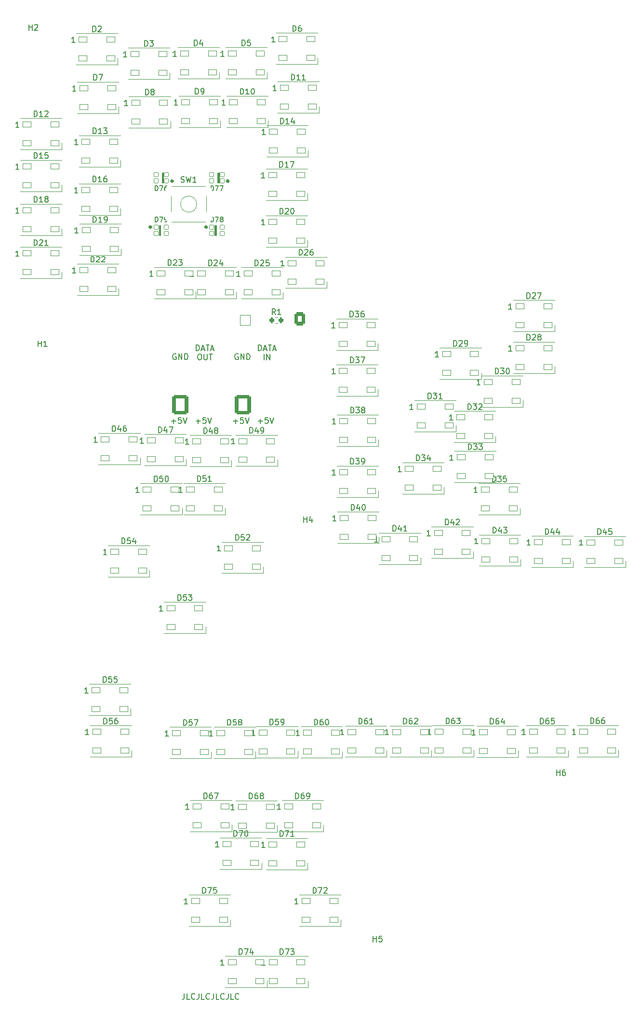
<source format=gbr>
%TF.GenerationSoftware,KiCad,Pcbnew,(6.0.9)*%
%TF.CreationDate,2023-03-29T20:10:41-08:00*%
%TF.ProjectId,ECM DISP PANEL,45434d20-4449-4535-9020-50414e454c2e,3*%
%TF.SameCoordinates,Original*%
%TF.FileFunction,Legend,Top*%
%TF.FilePolarity,Positive*%
%FSLAX46Y46*%
G04 Gerber Fmt 4.6, Leading zero omitted, Abs format (unit mm)*
G04 Created by KiCad (PCBNEW (6.0.9)) date 2023-03-29 20:10:41*
%MOMM*%
%LPD*%
G01*
G04 APERTURE LIST*
G04 Aperture macros list*
%AMRoundRect*
0 Rectangle with rounded corners*
0 $1 Rounding radius*
0 $2 $3 $4 $5 $6 $7 $8 $9 X,Y pos of 4 corners*
0 Add a 4 corners polygon primitive as box body*
4,1,4,$2,$3,$4,$5,$6,$7,$8,$9,$2,$3,0*
0 Add four circle primitives for the rounded corners*
1,1,$1+$1,$2,$3*
1,1,$1+$1,$4,$5*
1,1,$1+$1,$6,$7*
1,1,$1+$1,$8,$9*
0 Add four rect primitives between the rounded corners*
20,1,$1+$1,$2,$3,$4,$5,0*
20,1,$1+$1,$4,$5,$6,$7,0*
20,1,$1+$1,$6,$7,$8,$9,0*
20,1,$1+$1,$8,$9,$2,$3,0*%
G04 Aperture macros list end*
%ADD10C,0.150000*%
%ADD11C,0.120000*%
%ADD12C,0.500000*%
%ADD13C,0.100000*%
%ADD14RoundRect,0.050000X-0.750000X-0.450000X0.750000X-0.450000X0.750000X0.450000X-0.750000X0.450000X0*%
%ADD15RoundRect,0.050000X-0.350000X-0.350000X0.350000X-0.350000X0.350000X0.350000X-0.350000X0.350000X0*%
%ADD16RoundRect,0.050000X0.350000X0.350000X-0.350000X0.350000X-0.350000X-0.350000X0.350000X-0.350000X0*%
%ADD17RoundRect,0.250000X-0.200000X-0.275000X0.200000X-0.275000X0.200000X0.275000X-0.200000X0.275000X0*%
%ADD18C,1.800000*%
%ADD19C,4.600000*%
%ADD20RoundRect,0.300001X-1.099999X-1.399999X1.099999X-1.399999X1.099999X1.399999X-1.099999X1.399999X0*%
%ADD21O,2.800000X3.400000*%
%ADD22RoundRect,0.050000X-0.900000X-0.900000X0.900000X-0.900000X0.900000X0.900000X-0.900000X0.900000X0*%
%ADD23C,1.900000*%
%ADD24RoundRect,0.300000X-0.620000X-0.845000X0.620000X-0.845000X0.620000X0.845000X-0.620000X0.845000X0*%
%ADD25O,1.840000X2.290000*%
G04 APERTURE END LIST*
D10*
X88924000Y-65433380D02*
X88924000Y-64433380D01*
X89162095Y-64433380D01*
X89304952Y-64481000D01*
X89400190Y-64576238D01*
X89447809Y-64671476D01*
X89495428Y-64861952D01*
X89495428Y-65004809D01*
X89447809Y-65195285D01*
X89400190Y-65290523D01*
X89304952Y-65385761D01*
X89162095Y-65433380D01*
X88924000Y-65433380D01*
X89876380Y-65147666D02*
X90352571Y-65147666D01*
X89781142Y-65433380D02*
X90114476Y-64433380D01*
X90447809Y-65433380D01*
X90638285Y-64433380D02*
X91209714Y-64433380D01*
X90924000Y-65433380D02*
X90924000Y-64433380D01*
X91495428Y-65147666D02*
X91971619Y-65147666D01*
X91400190Y-65433380D02*
X91733523Y-64433380D01*
X92066857Y-65433380D01*
X89900190Y-67043380D02*
X89900190Y-66043380D01*
X90376380Y-67043380D02*
X90376380Y-66043380D01*
X90947809Y-67043380D01*
X90947809Y-66043380D01*
X84536285Y-77795428D02*
X85298190Y-77795428D01*
X84917238Y-78176380D02*
X84917238Y-77414476D01*
X86250571Y-77176380D02*
X85774380Y-77176380D01*
X85726761Y-77652571D01*
X85774380Y-77604952D01*
X85869619Y-77557333D01*
X86107714Y-77557333D01*
X86202952Y-77604952D01*
X86250571Y-77652571D01*
X86298190Y-77747809D01*
X86298190Y-77985904D01*
X86250571Y-78081142D01*
X86202952Y-78128761D01*
X86107714Y-78176380D01*
X85869619Y-78176380D01*
X85774380Y-78128761D01*
X85726761Y-78081142D01*
X86583904Y-77176380D02*
X86917238Y-78176380D01*
X87250571Y-77176380D01*
X78002000Y-65433380D02*
X78002000Y-64433380D01*
X78240095Y-64433380D01*
X78382952Y-64481000D01*
X78478190Y-64576238D01*
X78525809Y-64671476D01*
X78573428Y-64861952D01*
X78573428Y-65004809D01*
X78525809Y-65195285D01*
X78478190Y-65290523D01*
X78382952Y-65385761D01*
X78240095Y-65433380D01*
X78002000Y-65433380D01*
X78954380Y-65147666D02*
X79430571Y-65147666D01*
X78859142Y-65433380D02*
X79192476Y-64433380D01*
X79525809Y-65433380D01*
X79716285Y-64433380D02*
X80287714Y-64433380D01*
X80002000Y-65433380D02*
X80002000Y-64433380D01*
X80573428Y-65147666D02*
X81049619Y-65147666D01*
X80478190Y-65433380D02*
X80811523Y-64433380D01*
X81144857Y-65433380D01*
X78502000Y-66043380D02*
X78692476Y-66043380D01*
X78787714Y-66091000D01*
X78882952Y-66186238D01*
X78930571Y-66376714D01*
X78930571Y-66710047D01*
X78882952Y-66900523D01*
X78787714Y-66995761D01*
X78692476Y-67043380D01*
X78502000Y-67043380D01*
X78406761Y-66995761D01*
X78311523Y-66900523D01*
X78263904Y-66710047D01*
X78263904Y-66376714D01*
X78311523Y-66186238D01*
X78406761Y-66091000D01*
X78502000Y-66043380D01*
X79359142Y-66043380D02*
X79359142Y-66852904D01*
X79406761Y-66948142D01*
X79454380Y-66995761D01*
X79549619Y-67043380D01*
X79740095Y-67043380D01*
X79835333Y-66995761D01*
X79882952Y-66948142D01*
X79930571Y-66852904D01*
X79930571Y-66043380D01*
X80263904Y-66043380D02*
X80835333Y-66043380D01*
X80549619Y-67043380D02*
X80549619Y-66043380D01*
X74432238Y-66022000D02*
X74337000Y-65974380D01*
X74194143Y-65974380D01*
X74051285Y-66022000D01*
X73956047Y-66117238D01*
X73908428Y-66212476D01*
X73860809Y-66402952D01*
X73860809Y-66545809D01*
X73908428Y-66736285D01*
X73956047Y-66831523D01*
X74051285Y-66926761D01*
X74194143Y-66974380D01*
X74289381Y-66974380D01*
X74432238Y-66926761D01*
X74479857Y-66879142D01*
X74479857Y-66545809D01*
X74289381Y-66545809D01*
X74908428Y-66974380D02*
X74908428Y-65974380D01*
X75479857Y-66974380D01*
X75479857Y-65974380D01*
X75956047Y-66974380D02*
X75956047Y-65974380D01*
X76194143Y-65974380D01*
X76337000Y-66022000D01*
X76432238Y-66117238D01*
X76479857Y-66212476D01*
X76527476Y-66402952D01*
X76527476Y-66545809D01*
X76479857Y-66736285D01*
X76432238Y-66831523D01*
X76337000Y-66926761D01*
X76194143Y-66974380D01*
X75956047Y-66974380D01*
X77962285Y-77795428D02*
X78724190Y-77795428D01*
X78343238Y-78176380D02*
X78343238Y-77414476D01*
X79676571Y-77176380D02*
X79200380Y-77176380D01*
X79152761Y-77652571D01*
X79200380Y-77604952D01*
X79295619Y-77557333D01*
X79533714Y-77557333D01*
X79628952Y-77604952D01*
X79676571Y-77652571D01*
X79724190Y-77747809D01*
X79724190Y-77985904D01*
X79676571Y-78081142D01*
X79628952Y-78128761D01*
X79533714Y-78176380D01*
X79295619Y-78176380D01*
X79200380Y-78128761D01*
X79152761Y-78081142D01*
X80009904Y-77176380D02*
X80343238Y-78176380D01*
X80676571Y-77176380D01*
X73644285Y-77795428D02*
X74406190Y-77795428D01*
X74025238Y-78176380D02*
X74025238Y-77414476D01*
X75358571Y-77176380D02*
X74882380Y-77176380D01*
X74834761Y-77652571D01*
X74882380Y-77604952D01*
X74977619Y-77557333D01*
X75215714Y-77557333D01*
X75310952Y-77604952D01*
X75358571Y-77652571D01*
X75406190Y-77747809D01*
X75406190Y-77985904D01*
X75358571Y-78081142D01*
X75310952Y-78128761D01*
X75215714Y-78176380D01*
X74977619Y-78176380D01*
X74882380Y-78128761D01*
X74834761Y-78081142D01*
X75691904Y-77176380D02*
X76025238Y-78176380D01*
X76358571Y-77176380D01*
X85344095Y-66022000D02*
X85248857Y-65974380D01*
X85106000Y-65974380D01*
X84963142Y-66022000D01*
X84867904Y-66117238D01*
X84820285Y-66212476D01*
X84772666Y-66402952D01*
X84772666Y-66545809D01*
X84820285Y-66736285D01*
X84867904Y-66831523D01*
X84963142Y-66926761D01*
X85106000Y-66974380D01*
X85201238Y-66974380D01*
X85344095Y-66926761D01*
X85391714Y-66879142D01*
X85391714Y-66545809D01*
X85201238Y-66545809D01*
X85820285Y-66974380D02*
X85820285Y-65974380D01*
X86391714Y-66974380D01*
X86391714Y-65974380D01*
X86867904Y-66974380D02*
X86867904Y-65974380D01*
X87106000Y-65974380D01*
X87248857Y-66022000D01*
X87344095Y-66117238D01*
X87391714Y-66212476D01*
X87439333Y-66402952D01*
X87439333Y-66545809D01*
X87391714Y-66736285D01*
X87344095Y-66831523D01*
X87248857Y-66926761D01*
X87106000Y-66974380D01*
X86867904Y-66974380D01*
X75898952Y-178268380D02*
X75898952Y-178982666D01*
X75851333Y-179125523D01*
X75756095Y-179220761D01*
X75613238Y-179268380D01*
X75518000Y-179268380D01*
X76851333Y-179268380D02*
X76375142Y-179268380D01*
X76375142Y-178268380D01*
X77756095Y-179173142D02*
X77708476Y-179220761D01*
X77565619Y-179268380D01*
X77470380Y-179268380D01*
X77327523Y-179220761D01*
X77232285Y-179125523D01*
X77184666Y-179030285D01*
X77137047Y-178839809D01*
X77137047Y-178696952D01*
X77184666Y-178506476D01*
X77232285Y-178411238D01*
X77327523Y-178316000D01*
X77470380Y-178268380D01*
X77565619Y-178268380D01*
X77708476Y-178316000D01*
X77756095Y-178363619D01*
X78470380Y-178268380D02*
X78470380Y-178982666D01*
X78422761Y-179125523D01*
X78327523Y-179220761D01*
X78184666Y-179268380D01*
X78089428Y-179268380D01*
X79422761Y-179268380D02*
X78946571Y-179268380D01*
X78946571Y-178268380D01*
X80327523Y-179173142D02*
X80279904Y-179220761D01*
X80137047Y-179268380D01*
X80041809Y-179268380D01*
X79898952Y-179220761D01*
X79803714Y-179125523D01*
X79756095Y-179030285D01*
X79708476Y-178839809D01*
X79708476Y-178696952D01*
X79756095Y-178506476D01*
X79803714Y-178411238D01*
X79898952Y-178316000D01*
X80041809Y-178268380D01*
X80137047Y-178268380D01*
X80279904Y-178316000D01*
X80327523Y-178363619D01*
X81041809Y-178268380D02*
X81041809Y-178982666D01*
X80994190Y-179125523D01*
X80898952Y-179220761D01*
X80756095Y-179268380D01*
X80660857Y-179268380D01*
X81994190Y-179268380D02*
X81518000Y-179268380D01*
X81518000Y-178268380D01*
X82898952Y-179173142D02*
X82851333Y-179220761D01*
X82708476Y-179268380D01*
X82613238Y-179268380D01*
X82470380Y-179220761D01*
X82375142Y-179125523D01*
X82327523Y-179030285D01*
X82279904Y-178839809D01*
X82279904Y-178696952D01*
X82327523Y-178506476D01*
X82375142Y-178411238D01*
X82470380Y-178316000D01*
X82613238Y-178268380D01*
X82708476Y-178268380D01*
X82851333Y-178316000D01*
X82898952Y-178363619D01*
X83613238Y-178268380D02*
X83613238Y-178982666D01*
X83565619Y-179125523D01*
X83470380Y-179220761D01*
X83327523Y-179268380D01*
X83232285Y-179268380D01*
X84565619Y-179268380D02*
X84089428Y-179268380D01*
X84089428Y-178268380D01*
X85470380Y-179173142D02*
X85422761Y-179220761D01*
X85279904Y-179268380D01*
X85184666Y-179268380D01*
X85041809Y-179220761D01*
X84946571Y-179125523D01*
X84898952Y-179030285D01*
X84851333Y-178839809D01*
X84851333Y-178696952D01*
X84898952Y-178506476D01*
X84946571Y-178411238D01*
X85041809Y-178316000D01*
X85184666Y-178268380D01*
X85279904Y-178268380D01*
X85422761Y-178316000D01*
X85470380Y-178363619D01*
X88884285Y-77795428D02*
X89646190Y-77795428D01*
X89265238Y-78176380D02*
X89265238Y-77414476D01*
X90598571Y-77176380D02*
X90122380Y-77176380D01*
X90074761Y-77652571D01*
X90122380Y-77604952D01*
X90217619Y-77557333D01*
X90455714Y-77557333D01*
X90550952Y-77604952D01*
X90598571Y-77652571D01*
X90646190Y-77747809D01*
X90646190Y-77985904D01*
X90598571Y-78081142D01*
X90550952Y-78128761D01*
X90455714Y-78176380D01*
X90217619Y-78176380D01*
X90122380Y-78128761D01*
X90074761Y-78081142D01*
X90931904Y-77176380D02*
X91265238Y-78176380D01*
X91598571Y-77176380D01*
%TO.C,D2*%
X59815504Y-9423780D02*
X59815504Y-8423780D01*
X60053600Y-8423780D01*
X60196457Y-8471400D01*
X60291695Y-8566638D01*
X60339314Y-8661876D01*
X60386933Y-8852352D01*
X60386933Y-8995209D01*
X60339314Y-9185685D01*
X60291695Y-9280923D01*
X60196457Y-9376161D01*
X60053600Y-9423780D01*
X59815504Y-9423780D01*
X60767885Y-8519019D02*
X60815504Y-8471400D01*
X60910742Y-8423780D01*
X61148838Y-8423780D01*
X61244076Y-8471400D01*
X61291695Y-8519019D01*
X61339314Y-8614257D01*
X61339314Y-8709495D01*
X61291695Y-8852352D01*
X60720266Y-9423780D01*
X61339314Y-9423780D01*
X56689314Y-11323780D02*
X56117885Y-11323780D01*
X56403600Y-11323780D02*
X56403600Y-10323780D01*
X56308361Y-10466638D01*
X56213123Y-10561876D01*
X56117885Y-10609495D01*
%TO.C,D3*%
X68922504Y-11989380D02*
X68922504Y-10989380D01*
X69160600Y-10989380D01*
X69303457Y-11037000D01*
X69398695Y-11132238D01*
X69446314Y-11227476D01*
X69493933Y-11417952D01*
X69493933Y-11560809D01*
X69446314Y-11751285D01*
X69398695Y-11846523D01*
X69303457Y-11941761D01*
X69160600Y-11989380D01*
X68922504Y-11989380D01*
X69827266Y-10989380D02*
X70446314Y-10989380D01*
X70112980Y-11370333D01*
X70255838Y-11370333D01*
X70351076Y-11417952D01*
X70398695Y-11465571D01*
X70446314Y-11560809D01*
X70446314Y-11798904D01*
X70398695Y-11894142D01*
X70351076Y-11941761D01*
X70255838Y-11989380D01*
X69970123Y-11989380D01*
X69874885Y-11941761D01*
X69827266Y-11894142D01*
X65796314Y-13889380D02*
X65224885Y-13889380D01*
X65510600Y-13889380D02*
X65510600Y-12889380D01*
X65415361Y-13032238D01*
X65320123Y-13127476D01*
X65224885Y-13175095D01*
%TO.C,D4*%
X77634704Y-11887780D02*
X77634704Y-10887780D01*
X77872800Y-10887780D01*
X78015657Y-10935400D01*
X78110895Y-11030638D01*
X78158514Y-11125876D01*
X78206133Y-11316352D01*
X78206133Y-11459209D01*
X78158514Y-11649685D01*
X78110895Y-11744923D01*
X78015657Y-11840161D01*
X77872800Y-11887780D01*
X77634704Y-11887780D01*
X79063276Y-11221114D02*
X79063276Y-11887780D01*
X78825180Y-10840161D02*
X78587085Y-11554447D01*
X79206133Y-11554447D01*
X74508514Y-13787780D02*
X73937085Y-13787780D01*
X74222800Y-13787780D02*
X74222800Y-12787780D01*
X74127561Y-12930638D01*
X74032323Y-13025876D01*
X73937085Y-13073495D01*
%TO.C,D5*%
X86016704Y-11887780D02*
X86016704Y-10887780D01*
X86254800Y-10887780D01*
X86397657Y-10935400D01*
X86492895Y-11030638D01*
X86540514Y-11125876D01*
X86588133Y-11316352D01*
X86588133Y-11459209D01*
X86540514Y-11649685D01*
X86492895Y-11744923D01*
X86397657Y-11840161D01*
X86254800Y-11887780D01*
X86016704Y-11887780D01*
X87492895Y-10887780D02*
X87016704Y-10887780D01*
X86969085Y-11363971D01*
X87016704Y-11316352D01*
X87111942Y-11268733D01*
X87350038Y-11268733D01*
X87445276Y-11316352D01*
X87492895Y-11363971D01*
X87540514Y-11459209D01*
X87540514Y-11697304D01*
X87492895Y-11792542D01*
X87445276Y-11840161D01*
X87350038Y-11887780D01*
X87111942Y-11887780D01*
X87016704Y-11840161D01*
X86969085Y-11792542D01*
X82890514Y-13787780D02*
X82319085Y-13787780D01*
X82604800Y-13787780D02*
X82604800Y-12787780D01*
X82509561Y-12930638D01*
X82414323Y-13025876D01*
X82319085Y-13073495D01*
%TO.C,D6*%
X94957504Y-9373180D02*
X94957504Y-8373180D01*
X95195600Y-8373180D01*
X95338457Y-8420800D01*
X95433695Y-8516038D01*
X95481314Y-8611276D01*
X95528933Y-8801752D01*
X95528933Y-8944609D01*
X95481314Y-9135085D01*
X95433695Y-9230323D01*
X95338457Y-9325561D01*
X95195600Y-9373180D01*
X94957504Y-9373180D01*
X96386076Y-8373180D02*
X96195600Y-8373180D01*
X96100361Y-8420800D01*
X96052742Y-8468419D01*
X95957504Y-8611276D01*
X95909885Y-8801752D01*
X95909885Y-9182704D01*
X95957504Y-9277942D01*
X96005123Y-9325561D01*
X96100361Y-9373180D01*
X96290838Y-9373180D01*
X96386076Y-9325561D01*
X96433695Y-9277942D01*
X96481314Y-9182704D01*
X96481314Y-8944609D01*
X96433695Y-8849371D01*
X96386076Y-8801752D01*
X96290838Y-8754133D01*
X96100361Y-8754133D01*
X96005123Y-8801752D01*
X95957504Y-8849371D01*
X95909885Y-8944609D01*
X91831314Y-11273180D02*
X91259885Y-11273180D01*
X91545600Y-11273180D02*
X91545600Y-10273180D01*
X91450361Y-10416038D01*
X91355123Y-10511276D01*
X91259885Y-10558895D01*
%TO.C,D7*%
X59979504Y-17957980D02*
X59979504Y-16957980D01*
X60217600Y-16957980D01*
X60360457Y-17005600D01*
X60455695Y-17100838D01*
X60503314Y-17196076D01*
X60550933Y-17386552D01*
X60550933Y-17529409D01*
X60503314Y-17719885D01*
X60455695Y-17815123D01*
X60360457Y-17910361D01*
X60217600Y-17957980D01*
X59979504Y-17957980D01*
X60884266Y-16957980D02*
X61550933Y-16957980D01*
X61122361Y-17957980D01*
X56853314Y-19857980D02*
X56281885Y-19857980D01*
X56567600Y-19857980D02*
X56567600Y-18857980D01*
X56472361Y-19000838D01*
X56377123Y-19096076D01*
X56281885Y-19143695D01*
%TO.C,D8*%
X69074904Y-20523780D02*
X69074904Y-19523780D01*
X69313000Y-19523780D01*
X69455857Y-19571400D01*
X69551095Y-19666638D01*
X69598714Y-19761876D01*
X69646333Y-19952352D01*
X69646333Y-20095209D01*
X69598714Y-20285685D01*
X69551095Y-20380923D01*
X69455857Y-20476161D01*
X69313000Y-20523780D01*
X69074904Y-20523780D01*
X70217761Y-19952352D02*
X70122523Y-19904733D01*
X70074904Y-19857114D01*
X70027285Y-19761876D01*
X70027285Y-19714257D01*
X70074904Y-19619019D01*
X70122523Y-19571400D01*
X70217761Y-19523780D01*
X70408238Y-19523780D01*
X70503476Y-19571400D01*
X70551095Y-19619019D01*
X70598714Y-19714257D01*
X70598714Y-19761876D01*
X70551095Y-19857114D01*
X70503476Y-19904733D01*
X70408238Y-19952352D01*
X70217761Y-19952352D01*
X70122523Y-19999971D01*
X70074904Y-20047590D01*
X70027285Y-20142828D01*
X70027285Y-20333304D01*
X70074904Y-20428542D01*
X70122523Y-20476161D01*
X70217761Y-20523780D01*
X70408238Y-20523780D01*
X70503476Y-20476161D01*
X70551095Y-20428542D01*
X70598714Y-20333304D01*
X70598714Y-20142828D01*
X70551095Y-20047590D01*
X70503476Y-19999971D01*
X70408238Y-19952352D01*
X65948714Y-22423780D02*
X65377285Y-22423780D01*
X65663000Y-22423780D02*
X65663000Y-21423780D01*
X65567761Y-21566638D01*
X65472523Y-21661876D01*
X65377285Y-21709495D01*
%TO.C,D9*%
X77837904Y-20396380D02*
X77837904Y-19396380D01*
X78076000Y-19396380D01*
X78218857Y-19444000D01*
X78314095Y-19539238D01*
X78361714Y-19634476D01*
X78409333Y-19824952D01*
X78409333Y-19967809D01*
X78361714Y-20158285D01*
X78314095Y-20253523D01*
X78218857Y-20348761D01*
X78076000Y-20396380D01*
X77837904Y-20396380D01*
X78885523Y-20396380D02*
X79076000Y-20396380D01*
X79171238Y-20348761D01*
X79218857Y-20301142D01*
X79314095Y-20158285D01*
X79361714Y-19967809D01*
X79361714Y-19586857D01*
X79314095Y-19491619D01*
X79266476Y-19444000D01*
X79171238Y-19396380D01*
X78980761Y-19396380D01*
X78885523Y-19444000D01*
X78837904Y-19491619D01*
X78790285Y-19586857D01*
X78790285Y-19824952D01*
X78837904Y-19920190D01*
X78885523Y-19967809D01*
X78980761Y-20015428D01*
X79171238Y-20015428D01*
X79266476Y-19967809D01*
X79314095Y-19920190D01*
X79361714Y-19824952D01*
X74711714Y-22296380D02*
X74140285Y-22296380D01*
X74426000Y-22296380D02*
X74426000Y-21296380D01*
X74330761Y-21439238D01*
X74235523Y-21534476D01*
X74140285Y-21582095D01*
%TO.C,D10*%
X85741514Y-20421780D02*
X85741514Y-19421780D01*
X85979609Y-19421780D01*
X86122466Y-19469400D01*
X86217704Y-19564638D01*
X86265323Y-19659876D01*
X86312942Y-19850352D01*
X86312942Y-19993209D01*
X86265323Y-20183685D01*
X86217704Y-20278923D01*
X86122466Y-20374161D01*
X85979609Y-20421780D01*
X85741514Y-20421780D01*
X87265323Y-20421780D02*
X86693895Y-20421780D01*
X86979609Y-20421780D02*
X86979609Y-19421780D01*
X86884371Y-19564638D01*
X86789133Y-19659876D01*
X86693895Y-19707495D01*
X87884371Y-19421780D02*
X87979609Y-19421780D01*
X88074847Y-19469400D01*
X88122466Y-19517019D01*
X88170085Y-19612257D01*
X88217704Y-19802733D01*
X88217704Y-20040828D01*
X88170085Y-20231304D01*
X88122466Y-20326542D01*
X88074847Y-20374161D01*
X87979609Y-20421780D01*
X87884371Y-20421780D01*
X87789133Y-20374161D01*
X87741514Y-20326542D01*
X87693895Y-20231304D01*
X87646276Y-20040828D01*
X87646276Y-19802733D01*
X87693895Y-19612257D01*
X87741514Y-19517019D01*
X87789133Y-19469400D01*
X87884371Y-19421780D01*
X83091514Y-22321780D02*
X82520085Y-22321780D01*
X82805800Y-22321780D02*
X82805800Y-21321780D01*
X82710561Y-21464638D01*
X82615323Y-21559876D01*
X82520085Y-21607495D01*
%TO.C,D11*%
X94709914Y-17907180D02*
X94709914Y-16907180D01*
X94948009Y-16907180D01*
X95090866Y-16954800D01*
X95186104Y-17050038D01*
X95233723Y-17145276D01*
X95281342Y-17335752D01*
X95281342Y-17478609D01*
X95233723Y-17669085D01*
X95186104Y-17764323D01*
X95090866Y-17859561D01*
X94948009Y-17907180D01*
X94709914Y-17907180D01*
X96233723Y-17907180D02*
X95662295Y-17907180D01*
X95948009Y-17907180D02*
X95948009Y-16907180D01*
X95852771Y-17050038D01*
X95757533Y-17145276D01*
X95662295Y-17192895D01*
X97186104Y-17907180D02*
X96614676Y-17907180D01*
X96900390Y-17907180D02*
X96900390Y-16907180D01*
X96805152Y-17050038D01*
X96709914Y-17145276D01*
X96614676Y-17192895D01*
X92059914Y-19807180D02*
X91488485Y-19807180D01*
X91774200Y-19807180D02*
X91774200Y-18807180D01*
X91678961Y-18950038D01*
X91583723Y-19045276D01*
X91488485Y-19092895D01*
%TO.C,D12*%
X49497914Y-24333380D02*
X49497914Y-23333380D01*
X49736009Y-23333380D01*
X49878866Y-23381000D01*
X49974104Y-23476238D01*
X50021723Y-23571476D01*
X50069342Y-23761952D01*
X50069342Y-23904809D01*
X50021723Y-24095285D01*
X49974104Y-24190523D01*
X49878866Y-24285761D01*
X49736009Y-24333380D01*
X49497914Y-24333380D01*
X51021723Y-24333380D02*
X50450295Y-24333380D01*
X50736009Y-24333380D02*
X50736009Y-23333380D01*
X50640771Y-23476238D01*
X50545533Y-23571476D01*
X50450295Y-23619095D01*
X51402676Y-23428619D02*
X51450295Y-23381000D01*
X51545533Y-23333380D01*
X51783628Y-23333380D01*
X51878866Y-23381000D01*
X51926485Y-23428619D01*
X51974104Y-23523857D01*
X51974104Y-23619095D01*
X51926485Y-23761952D01*
X51355057Y-24333380D01*
X51974104Y-24333380D01*
X46847914Y-26233380D02*
X46276485Y-26233380D01*
X46562200Y-26233380D02*
X46562200Y-25233380D01*
X46466961Y-25376238D01*
X46371723Y-25471476D01*
X46276485Y-25519095D01*
%TO.C,D13*%
X59861114Y-27355980D02*
X59861114Y-26355980D01*
X60099209Y-26355980D01*
X60242066Y-26403600D01*
X60337304Y-26498838D01*
X60384923Y-26594076D01*
X60432542Y-26784552D01*
X60432542Y-26927409D01*
X60384923Y-27117885D01*
X60337304Y-27213123D01*
X60242066Y-27308361D01*
X60099209Y-27355980D01*
X59861114Y-27355980D01*
X61384923Y-27355980D02*
X60813495Y-27355980D01*
X61099209Y-27355980D02*
X61099209Y-26355980D01*
X61003971Y-26498838D01*
X60908733Y-26594076D01*
X60813495Y-26641695D01*
X61718257Y-26355980D02*
X62337304Y-26355980D01*
X62003971Y-26736933D01*
X62146828Y-26736933D01*
X62242066Y-26784552D01*
X62289685Y-26832171D01*
X62337304Y-26927409D01*
X62337304Y-27165504D01*
X62289685Y-27260742D01*
X62242066Y-27308361D01*
X62146828Y-27355980D01*
X61861114Y-27355980D01*
X61765876Y-27308361D01*
X61718257Y-27260742D01*
X57211114Y-29255980D02*
X56639685Y-29255980D01*
X56925400Y-29255980D02*
X56925400Y-28255980D01*
X56830161Y-28398838D01*
X56734923Y-28494076D01*
X56639685Y-28541695D01*
%TO.C,D14*%
X92779514Y-25603780D02*
X92779514Y-24603780D01*
X93017609Y-24603780D01*
X93160466Y-24651400D01*
X93255704Y-24746638D01*
X93303323Y-24841876D01*
X93350942Y-25032352D01*
X93350942Y-25175209D01*
X93303323Y-25365685D01*
X93255704Y-25460923D01*
X93160466Y-25556161D01*
X93017609Y-25603780D01*
X92779514Y-25603780D01*
X94303323Y-25603780D02*
X93731895Y-25603780D01*
X94017609Y-25603780D02*
X94017609Y-24603780D01*
X93922371Y-24746638D01*
X93827133Y-24841876D01*
X93731895Y-24889495D01*
X95160466Y-24937114D02*
X95160466Y-25603780D01*
X94922371Y-24556161D02*
X94684276Y-25270447D01*
X95303323Y-25270447D01*
X90129514Y-27503780D02*
X89558085Y-27503780D01*
X89843800Y-27503780D02*
X89843800Y-26503780D01*
X89748561Y-26646638D01*
X89653323Y-26741876D01*
X89558085Y-26789495D01*
%TO.C,D15*%
X49497914Y-31673980D02*
X49497914Y-30673980D01*
X49736009Y-30673980D01*
X49878866Y-30721600D01*
X49974104Y-30816838D01*
X50021723Y-30912076D01*
X50069342Y-31102552D01*
X50069342Y-31245409D01*
X50021723Y-31435885D01*
X49974104Y-31531123D01*
X49878866Y-31626361D01*
X49736009Y-31673980D01*
X49497914Y-31673980D01*
X51021723Y-31673980D02*
X50450295Y-31673980D01*
X50736009Y-31673980D02*
X50736009Y-30673980D01*
X50640771Y-30816838D01*
X50545533Y-30912076D01*
X50450295Y-30959695D01*
X51926485Y-30673980D02*
X51450295Y-30673980D01*
X51402676Y-31150171D01*
X51450295Y-31102552D01*
X51545533Y-31054933D01*
X51783628Y-31054933D01*
X51878866Y-31102552D01*
X51926485Y-31150171D01*
X51974104Y-31245409D01*
X51974104Y-31483504D01*
X51926485Y-31578742D01*
X51878866Y-31626361D01*
X51783628Y-31673980D01*
X51545533Y-31673980D01*
X51450295Y-31626361D01*
X51402676Y-31578742D01*
X46847914Y-33573980D02*
X46276485Y-33573980D01*
X46562200Y-33573980D02*
X46562200Y-32573980D01*
X46466961Y-32716838D01*
X46371723Y-32812076D01*
X46276485Y-32859695D01*
%TO.C,D16*%
X59835714Y-35814180D02*
X59835714Y-34814180D01*
X60073809Y-34814180D01*
X60216666Y-34861800D01*
X60311904Y-34957038D01*
X60359523Y-35052276D01*
X60407142Y-35242752D01*
X60407142Y-35385609D01*
X60359523Y-35576085D01*
X60311904Y-35671323D01*
X60216666Y-35766561D01*
X60073809Y-35814180D01*
X59835714Y-35814180D01*
X61359523Y-35814180D02*
X60788095Y-35814180D01*
X61073809Y-35814180D02*
X61073809Y-34814180D01*
X60978571Y-34957038D01*
X60883333Y-35052276D01*
X60788095Y-35099895D01*
X62216666Y-34814180D02*
X62026190Y-34814180D01*
X61930952Y-34861800D01*
X61883333Y-34909419D01*
X61788095Y-35052276D01*
X61740476Y-35242752D01*
X61740476Y-35623704D01*
X61788095Y-35718942D01*
X61835714Y-35766561D01*
X61930952Y-35814180D01*
X62121428Y-35814180D01*
X62216666Y-35766561D01*
X62264285Y-35718942D01*
X62311904Y-35623704D01*
X62311904Y-35385609D01*
X62264285Y-35290371D01*
X62216666Y-35242752D01*
X62121428Y-35195133D01*
X61930952Y-35195133D01*
X61835714Y-35242752D01*
X61788095Y-35290371D01*
X61740476Y-35385609D01*
X57185714Y-37714180D02*
X56614285Y-37714180D01*
X56900000Y-37714180D02*
X56900000Y-36714180D01*
X56804761Y-36857038D01*
X56709523Y-36952276D01*
X56614285Y-36999895D01*
%TO.C,D17*%
X92652514Y-33223380D02*
X92652514Y-32223380D01*
X92890609Y-32223380D01*
X93033466Y-32271000D01*
X93128704Y-32366238D01*
X93176323Y-32461476D01*
X93223942Y-32651952D01*
X93223942Y-32794809D01*
X93176323Y-32985285D01*
X93128704Y-33080523D01*
X93033466Y-33175761D01*
X92890609Y-33223380D01*
X92652514Y-33223380D01*
X94176323Y-33223380D02*
X93604895Y-33223380D01*
X93890609Y-33223380D02*
X93890609Y-32223380D01*
X93795371Y-32366238D01*
X93700133Y-32461476D01*
X93604895Y-32509095D01*
X94509657Y-32223380D02*
X95176323Y-32223380D01*
X94747752Y-33223380D01*
X90002514Y-35123380D02*
X89431085Y-35123380D01*
X89716800Y-35123380D02*
X89716800Y-34123380D01*
X89621561Y-34266238D01*
X89526323Y-34361476D01*
X89431085Y-34409095D01*
%TO.C,D18*%
X49497914Y-39370180D02*
X49497914Y-38370180D01*
X49736009Y-38370180D01*
X49878866Y-38417800D01*
X49974104Y-38513038D01*
X50021723Y-38608276D01*
X50069342Y-38798752D01*
X50069342Y-38941609D01*
X50021723Y-39132085D01*
X49974104Y-39227323D01*
X49878866Y-39322561D01*
X49736009Y-39370180D01*
X49497914Y-39370180D01*
X51021723Y-39370180D02*
X50450295Y-39370180D01*
X50736009Y-39370180D02*
X50736009Y-38370180D01*
X50640771Y-38513038D01*
X50545533Y-38608276D01*
X50450295Y-38655895D01*
X51593152Y-38798752D02*
X51497914Y-38751133D01*
X51450295Y-38703514D01*
X51402676Y-38608276D01*
X51402676Y-38560657D01*
X51450295Y-38465419D01*
X51497914Y-38417800D01*
X51593152Y-38370180D01*
X51783628Y-38370180D01*
X51878866Y-38417800D01*
X51926485Y-38465419D01*
X51974104Y-38560657D01*
X51974104Y-38608276D01*
X51926485Y-38703514D01*
X51878866Y-38751133D01*
X51783628Y-38798752D01*
X51593152Y-38798752D01*
X51497914Y-38846371D01*
X51450295Y-38893990D01*
X51402676Y-38989228D01*
X51402676Y-39179704D01*
X51450295Y-39274942D01*
X51497914Y-39322561D01*
X51593152Y-39370180D01*
X51783628Y-39370180D01*
X51878866Y-39322561D01*
X51926485Y-39274942D01*
X51974104Y-39179704D01*
X51974104Y-38989228D01*
X51926485Y-38893990D01*
X51878866Y-38846371D01*
X51783628Y-38798752D01*
X46847914Y-41270180D02*
X46276485Y-41270180D01*
X46562200Y-41270180D02*
X46562200Y-40270180D01*
X46466961Y-40413038D01*
X46371723Y-40508276D01*
X46276485Y-40555895D01*
%TO.C,D19*%
X59884314Y-42900780D02*
X59884314Y-41900780D01*
X60122409Y-41900780D01*
X60265266Y-41948400D01*
X60360504Y-42043638D01*
X60408123Y-42138876D01*
X60455742Y-42329352D01*
X60455742Y-42472209D01*
X60408123Y-42662685D01*
X60360504Y-42757923D01*
X60265266Y-42853161D01*
X60122409Y-42900780D01*
X59884314Y-42900780D01*
X61408123Y-42900780D02*
X60836695Y-42900780D01*
X61122409Y-42900780D02*
X61122409Y-41900780D01*
X61027171Y-42043638D01*
X60931933Y-42138876D01*
X60836695Y-42186495D01*
X61884314Y-42900780D02*
X62074790Y-42900780D01*
X62170028Y-42853161D01*
X62217647Y-42805542D01*
X62312885Y-42662685D01*
X62360504Y-42472209D01*
X62360504Y-42091257D01*
X62312885Y-41996019D01*
X62265266Y-41948400D01*
X62170028Y-41900780D01*
X61979552Y-41900780D01*
X61884314Y-41948400D01*
X61836695Y-41996019D01*
X61789076Y-42091257D01*
X61789076Y-42329352D01*
X61836695Y-42424590D01*
X61884314Y-42472209D01*
X61979552Y-42519828D01*
X62170028Y-42519828D01*
X62265266Y-42472209D01*
X62312885Y-42424590D01*
X62360504Y-42329352D01*
X57234314Y-44800780D02*
X56662885Y-44800780D01*
X56948600Y-44800780D02*
X56948600Y-43800780D01*
X56853361Y-43943638D01*
X56758123Y-44038876D01*
X56662885Y-44086495D01*
%TO.C,D20*%
X92677914Y-41427580D02*
X92677914Y-40427580D01*
X92916009Y-40427580D01*
X93058866Y-40475200D01*
X93154104Y-40570438D01*
X93201723Y-40665676D01*
X93249342Y-40856152D01*
X93249342Y-40999009D01*
X93201723Y-41189485D01*
X93154104Y-41284723D01*
X93058866Y-41379961D01*
X92916009Y-41427580D01*
X92677914Y-41427580D01*
X93630295Y-40522819D02*
X93677914Y-40475200D01*
X93773152Y-40427580D01*
X94011247Y-40427580D01*
X94106485Y-40475200D01*
X94154104Y-40522819D01*
X94201723Y-40618057D01*
X94201723Y-40713295D01*
X94154104Y-40856152D01*
X93582676Y-41427580D01*
X94201723Y-41427580D01*
X94820771Y-40427580D02*
X94916009Y-40427580D01*
X95011247Y-40475200D01*
X95058866Y-40522819D01*
X95106485Y-40618057D01*
X95154104Y-40808533D01*
X95154104Y-41046628D01*
X95106485Y-41237104D01*
X95058866Y-41332342D01*
X95011247Y-41379961D01*
X94916009Y-41427580D01*
X94820771Y-41427580D01*
X94725533Y-41379961D01*
X94677914Y-41332342D01*
X94630295Y-41237104D01*
X94582676Y-41046628D01*
X94582676Y-40808533D01*
X94630295Y-40618057D01*
X94677914Y-40522819D01*
X94725533Y-40475200D01*
X94820771Y-40427580D01*
X90027914Y-43327580D02*
X89456485Y-43327580D01*
X89742200Y-43327580D02*
X89742200Y-42327580D01*
X89646961Y-42470438D01*
X89551723Y-42565676D01*
X89456485Y-42613295D01*
%TO.C,D21*%
X49497914Y-46964780D02*
X49497914Y-45964780D01*
X49736009Y-45964780D01*
X49878866Y-46012400D01*
X49974104Y-46107638D01*
X50021723Y-46202876D01*
X50069342Y-46393352D01*
X50069342Y-46536209D01*
X50021723Y-46726685D01*
X49974104Y-46821923D01*
X49878866Y-46917161D01*
X49736009Y-46964780D01*
X49497914Y-46964780D01*
X50450295Y-46060019D02*
X50497914Y-46012400D01*
X50593152Y-45964780D01*
X50831247Y-45964780D01*
X50926485Y-46012400D01*
X50974104Y-46060019D01*
X51021723Y-46155257D01*
X51021723Y-46250495D01*
X50974104Y-46393352D01*
X50402676Y-46964780D01*
X51021723Y-46964780D01*
X51974104Y-46964780D02*
X51402676Y-46964780D01*
X51688390Y-46964780D02*
X51688390Y-45964780D01*
X51593152Y-46107638D01*
X51497914Y-46202876D01*
X51402676Y-46250495D01*
X46847914Y-48864780D02*
X46276485Y-48864780D01*
X46562200Y-48864780D02*
X46562200Y-47864780D01*
X46466961Y-48007638D01*
X46371723Y-48102876D01*
X46276485Y-48150495D01*
%TO.C,D22*%
X59480114Y-49886180D02*
X59480114Y-48886180D01*
X59718209Y-48886180D01*
X59861066Y-48933800D01*
X59956304Y-49029038D01*
X60003923Y-49124276D01*
X60051542Y-49314752D01*
X60051542Y-49457609D01*
X60003923Y-49648085D01*
X59956304Y-49743323D01*
X59861066Y-49838561D01*
X59718209Y-49886180D01*
X59480114Y-49886180D01*
X60432495Y-48981419D02*
X60480114Y-48933800D01*
X60575352Y-48886180D01*
X60813447Y-48886180D01*
X60908685Y-48933800D01*
X60956304Y-48981419D01*
X61003923Y-49076657D01*
X61003923Y-49171895D01*
X60956304Y-49314752D01*
X60384876Y-49886180D01*
X61003923Y-49886180D01*
X61384876Y-48981419D02*
X61432495Y-48933800D01*
X61527733Y-48886180D01*
X61765828Y-48886180D01*
X61861066Y-48933800D01*
X61908685Y-48981419D01*
X61956304Y-49076657D01*
X61956304Y-49171895D01*
X61908685Y-49314752D01*
X61337257Y-49886180D01*
X61956304Y-49886180D01*
X56830114Y-51786180D02*
X56258685Y-51786180D01*
X56544400Y-51786180D02*
X56544400Y-50786180D01*
X56449161Y-50929038D01*
X56353923Y-51024276D01*
X56258685Y-51071895D01*
%TO.C,D23*%
X73043714Y-50470180D02*
X73043714Y-49470180D01*
X73281809Y-49470180D01*
X73424666Y-49517800D01*
X73519904Y-49613038D01*
X73567523Y-49708276D01*
X73615142Y-49898752D01*
X73615142Y-50041609D01*
X73567523Y-50232085D01*
X73519904Y-50327323D01*
X73424666Y-50422561D01*
X73281809Y-50470180D01*
X73043714Y-50470180D01*
X73996095Y-49565419D02*
X74043714Y-49517800D01*
X74138952Y-49470180D01*
X74377047Y-49470180D01*
X74472285Y-49517800D01*
X74519904Y-49565419D01*
X74567523Y-49660657D01*
X74567523Y-49755895D01*
X74519904Y-49898752D01*
X73948476Y-50470180D01*
X74567523Y-50470180D01*
X74900857Y-49470180D02*
X75519904Y-49470180D01*
X75186571Y-49851133D01*
X75329428Y-49851133D01*
X75424666Y-49898752D01*
X75472285Y-49946371D01*
X75519904Y-50041609D01*
X75519904Y-50279704D01*
X75472285Y-50374942D01*
X75424666Y-50422561D01*
X75329428Y-50470180D01*
X75043714Y-50470180D01*
X74948476Y-50422561D01*
X74900857Y-50374942D01*
X70393714Y-52370180D02*
X69822285Y-52370180D01*
X70108000Y-52370180D02*
X70108000Y-51370180D01*
X70012761Y-51513038D01*
X69917523Y-51608276D01*
X69822285Y-51655895D01*
%TO.C,D24*%
X80181114Y-50495380D02*
X80181114Y-49495380D01*
X80419209Y-49495380D01*
X80562066Y-49543000D01*
X80657304Y-49638238D01*
X80704923Y-49733476D01*
X80752542Y-49923952D01*
X80752542Y-50066809D01*
X80704923Y-50257285D01*
X80657304Y-50352523D01*
X80562066Y-50447761D01*
X80419209Y-50495380D01*
X80181114Y-50495380D01*
X81133495Y-49590619D02*
X81181114Y-49543000D01*
X81276352Y-49495380D01*
X81514447Y-49495380D01*
X81609685Y-49543000D01*
X81657304Y-49590619D01*
X81704923Y-49685857D01*
X81704923Y-49781095D01*
X81657304Y-49923952D01*
X81085876Y-50495380D01*
X81704923Y-50495380D01*
X82562066Y-49828714D02*
X82562066Y-50495380D01*
X82323971Y-49447761D02*
X82085876Y-50162047D01*
X82704923Y-50162047D01*
X77531114Y-52395380D02*
X76959685Y-52395380D01*
X77245400Y-52395380D02*
X77245400Y-51395380D01*
X77150161Y-51538238D01*
X77054923Y-51633476D01*
X76959685Y-51681095D01*
%TO.C,D25*%
X88334514Y-50520780D02*
X88334514Y-49520780D01*
X88572609Y-49520780D01*
X88715466Y-49568400D01*
X88810704Y-49663638D01*
X88858323Y-49758876D01*
X88905942Y-49949352D01*
X88905942Y-50092209D01*
X88858323Y-50282685D01*
X88810704Y-50377923D01*
X88715466Y-50473161D01*
X88572609Y-50520780D01*
X88334514Y-50520780D01*
X89286895Y-49616019D02*
X89334514Y-49568400D01*
X89429752Y-49520780D01*
X89667847Y-49520780D01*
X89763085Y-49568400D01*
X89810704Y-49616019D01*
X89858323Y-49711257D01*
X89858323Y-49806495D01*
X89810704Y-49949352D01*
X89239276Y-50520780D01*
X89858323Y-50520780D01*
X90763085Y-49520780D02*
X90286895Y-49520780D01*
X90239276Y-49996971D01*
X90286895Y-49949352D01*
X90382133Y-49901733D01*
X90620228Y-49901733D01*
X90715466Y-49949352D01*
X90763085Y-49996971D01*
X90810704Y-50092209D01*
X90810704Y-50330304D01*
X90763085Y-50425542D01*
X90715466Y-50473161D01*
X90620228Y-50520780D01*
X90382133Y-50520780D01*
X90286895Y-50473161D01*
X90239276Y-50425542D01*
X85684514Y-52420780D02*
X85113085Y-52420780D01*
X85398800Y-52420780D02*
X85398800Y-51420780D01*
X85303561Y-51563638D01*
X85208323Y-51658876D01*
X85113085Y-51706495D01*
%TO.C,D26*%
X96081514Y-48666580D02*
X96081514Y-47666580D01*
X96319609Y-47666580D01*
X96462466Y-47714200D01*
X96557704Y-47809438D01*
X96605323Y-47904676D01*
X96652942Y-48095152D01*
X96652942Y-48238009D01*
X96605323Y-48428485D01*
X96557704Y-48523723D01*
X96462466Y-48618961D01*
X96319609Y-48666580D01*
X96081514Y-48666580D01*
X97033895Y-47761819D02*
X97081514Y-47714200D01*
X97176752Y-47666580D01*
X97414847Y-47666580D01*
X97510085Y-47714200D01*
X97557704Y-47761819D01*
X97605323Y-47857057D01*
X97605323Y-47952295D01*
X97557704Y-48095152D01*
X96986276Y-48666580D01*
X97605323Y-48666580D01*
X98462466Y-47666580D02*
X98271990Y-47666580D01*
X98176752Y-47714200D01*
X98129133Y-47761819D01*
X98033895Y-47904676D01*
X97986276Y-48095152D01*
X97986276Y-48476104D01*
X98033895Y-48571342D01*
X98081514Y-48618961D01*
X98176752Y-48666580D01*
X98367228Y-48666580D01*
X98462466Y-48618961D01*
X98510085Y-48571342D01*
X98557704Y-48476104D01*
X98557704Y-48238009D01*
X98510085Y-48142771D01*
X98462466Y-48095152D01*
X98367228Y-48047533D01*
X98176752Y-48047533D01*
X98081514Y-48095152D01*
X98033895Y-48142771D01*
X97986276Y-48238009D01*
X93431514Y-50566580D02*
X92860085Y-50566580D01*
X93145800Y-50566580D02*
X93145800Y-49566580D01*
X93050561Y-49709438D01*
X92955323Y-49804676D01*
X92860085Y-49852295D01*
%TO.C,D27*%
X136086714Y-56261580D02*
X136086714Y-55261580D01*
X136324809Y-55261580D01*
X136467666Y-55309200D01*
X136562904Y-55404438D01*
X136610523Y-55499676D01*
X136658142Y-55690152D01*
X136658142Y-55833009D01*
X136610523Y-56023485D01*
X136562904Y-56118723D01*
X136467666Y-56213961D01*
X136324809Y-56261580D01*
X136086714Y-56261580D01*
X137039095Y-55356819D02*
X137086714Y-55309200D01*
X137181952Y-55261580D01*
X137420047Y-55261580D01*
X137515285Y-55309200D01*
X137562904Y-55356819D01*
X137610523Y-55452057D01*
X137610523Y-55547295D01*
X137562904Y-55690152D01*
X136991476Y-56261580D01*
X137610523Y-56261580D01*
X137943857Y-55261580D02*
X138610523Y-55261580D01*
X138181952Y-56261580D01*
X133436714Y-58161580D02*
X132865285Y-58161580D01*
X133151000Y-58161580D02*
X133151000Y-57161580D01*
X133055761Y-57304438D01*
X132960523Y-57399676D01*
X132865285Y-57447295D01*
%TO.C,D28*%
X136086714Y-63576380D02*
X136086714Y-62576380D01*
X136324809Y-62576380D01*
X136467666Y-62624000D01*
X136562904Y-62719238D01*
X136610523Y-62814476D01*
X136658142Y-63004952D01*
X136658142Y-63147809D01*
X136610523Y-63338285D01*
X136562904Y-63433523D01*
X136467666Y-63528761D01*
X136324809Y-63576380D01*
X136086714Y-63576380D01*
X137039095Y-62671619D02*
X137086714Y-62624000D01*
X137181952Y-62576380D01*
X137420047Y-62576380D01*
X137515285Y-62624000D01*
X137562904Y-62671619D01*
X137610523Y-62766857D01*
X137610523Y-62862095D01*
X137562904Y-63004952D01*
X136991476Y-63576380D01*
X137610523Y-63576380D01*
X138181952Y-63004952D02*
X138086714Y-62957333D01*
X138039095Y-62909714D01*
X137991476Y-62814476D01*
X137991476Y-62766857D01*
X138039095Y-62671619D01*
X138086714Y-62624000D01*
X138181952Y-62576380D01*
X138372428Y-62576380D01*
X138467666Y-62624000D01*
X138515285Y-62671619D01*
X138562904Y-62766857D01*
X138562904Y-62814476D01*
X138515285Y-62909714D01*
X138467666Y-62957333D01*
X138372428Y-63004952D01*
X138181952Y-63004952D01*
X138086714Y-63052571D01*
X138039095Y-63100190D01*
X137991476Y-63195428D01*
X137991476Y-63385904D01*
X138039095Y-63481142D01*
X138086714Y-63528761D01*
X138181952Y-63576380D01*
X138372428Y-63576380D01*
X138467666Y-63528761D01*
X138515285Y-63481142D01*
X138562904Y-63385904D01*
X138562904Y-63195428D01*
X138515285Y-63100190D01*
X138467666Y-63052571D01*
X138372428Y-63004952D01*
X133436714Y-65476380D02*
X132865285Y-65476380D01*
X133151000Y-65476380D02*
X133151000Y-64476380D01*
X133055761Y-64619238D01*
X132960523Y-64714476D01*
X132865285Y-64762095D01*
%TO.C,D29*%
X123208714Y-64643580D02*
X123208714Y-63643580D01*
X123446809Y-63643580D01*
X123589666Y-63691200D01*
X123684904Y-63786438D01*
X123732523Y-63881676D01*
X123780142Y-64072152D01*
X123780142Y-64215009D01*
X123732523Y-64405485D01*
X123684904Y-64500723D01*
X123589666Y-64595961D01*
X123446809Y-64643580D01*
X123208714Y-64643580D01*
X124161095Y-63738819D02*
X124208714Y-63691200D01*
X124303952Y-63643580D01*
X124542047Y-63643580D01*
X124637285Y-63691200D01*
X124684904Y-63738819D01*
X124732523Y-63834057D01*
X124732523Y-63929295D01*
X124684904Y-64072152D01*
X124113476Y-64643580D01*
X124732523Y-64643580D01*
X125208714Y-64643580D02*
X125399190Y-64643580D01*
X125494428Y-64595961D01*
X125542047Y-64548342D01*
X125637285Y-64405485D01*
X125684904Y-64215009D01*
X125684904Y-63834057D01*
X125637285Y-63738819D01*
X125589666Y-63691200D01*
X125494428Y-63643580D01*
X125303952Y-63643580D01*
X125208714Y-63691200D01*
X125161095Y-63738819D01*
X125113476Y-63834057D01*
X125113476Y-64072152D01*
X125161095Y-64167390D01*
X125208714Y-64215009D01*
X125303952Y-64262628D01*
X125494428Y-64262628D01*
X125589666Y-64215009D01*
X125637285Y-64167390D01*
X125684904Y-64072152D01*
X120558714Y-66543580D02*
X119987285Y-66543580D01*
X120273000Y-66543580D02*
X120273000Y-65543580D01*
X120177761Y-65686438D01*
X120082523Y-65781676D01*
X119987285Y-65829295D01*
%TO.C,D30*%
X130521714Y-69519980D02*
X130521714Y-68519980D01*
X130759809Y-68519980D01*
X130902666Y-68567600D01*
X130997904Y-68662838D01*
X131045523Y-68758076D01*
X131093142Y-68948552D01*
X131093142Y-69091409D01*
X131045523Y-69281885D01*
X130997904Y-69377123D01*
X130902666Y-69472361D01*
X130759809Y-69519980D01*
X130521714Y-69519980D01*
X131426476Y-68519980D02*
X132045523Y-68519980D01*
X131712190Y-68900933D01*
X131855047Y-68900933D01*
X131950285Y-68948552D01*
X131997904Y-68996171D01*
X132045523Y-69091409D01*
X132045523Y-69329504D01*
X131997904Y-69424742D01*
X131950285Y-69472361D01*
X131855047Y-69519980D01*
X131569333Y-69519980D01*
X131474095Y-69472361D01*
X131426476Y-69424742D01*
X132664571Y-68519980D02*
X132759809Y-68519980D01*
X132855047Y-68567600D01*
X132902666Y-68615219D01*
X132950285Y-68710457D01*
X132997904Y-68900933D01*
X132997904Y-69139028D01*
X132950285Y-69329504D01*
X132902666Y-69424742D01*
X132855047Y-69472361D01*
X132759809Y-69519980D01*
X132664571Y-69519980D01*
X132569333Y-69472361D01*
X132521714Y-69424742D01*
X132474095Y-69329504D01*
X132426476Y-69139028D01*
X132426476Y-68900933D01*
X132474095Y-68710457D01*
X132521714Y-68615219D01*
X132569333Y-68567600D01*
X132664571Y-68519980D01*
X127871714Y-71419980D02*
X127300285Y-71419980D01*
X127586000Y-71419980D02*
X127586000Y-70419980D01*
X127490761Y-70562838D01*
X127395523Y-70658076D01*
X127300285Y-70705695D01*
%TO.C,D31*%
X118738714Y-73863780D02*
X118738714Y-72863780D01*
X118976809Y-72863780D01*
X119119666Y-72911400D01*
X119214904Y-73006638D01*
X119262523Y-73101876D01*
X119310142Y-73292352D01*
X119310142Y-73435209D01*
X119262523Y-73625685D01*
X119214904Y-73720923D01*
X119119666Y-73816161D01*
X118976809Y-73863780D01*
X118738714Y-73863780D01*
X119643476Y-72863780D02*
X120262523Y-72863780D01*
X119929190Y-73244733D01*
X120072047Y-73244733D01*
X120167285Y-73292352D01*
X120214904Y-73339971D01*
X120262523Y-73435209D01*
X120262523Y-73673304D01*
X120214904Y-73768542D01*
X120167285Y-73816161D01*
X120072047Y-73863780D01*
X119786333Y-73863780D01*
X119691095Y-73816161D01*
X119643476Y-73768542D01*
X121214904Y-73863780D02*
X120643476Y-73863780D01*
X120929190Y-73863780D02*
X120929190Y-72863780D01*
X120833952Y-73006638D01*
X120738714Y-73101876D01*
X120643476Y-73149495D01*
X116088714Y-75763780D02*
X115517285Y-75763780D01*
X115803000Y-75763780D02*
X115803000Y-74763780D01*
X115707761Y-74906638D01*
X115612523Y-75001876D01*
X115517285Y-75049495D01*
%TO.C,D32*%
X125720714Y-75742980D02*
X125720714Y-74742980D01*
X125958809Y-74742980D01*
X126101666Y-74790600D01*
X126196904Y-74885838D01*
X126244523Y-74981076D01*
X126292142Y-75171552D01*
X126292142Y-75314409D01*
X126244523Y-75504885D01*
X126196904Y-75600123D01*
X126101666Y-75695361D01*
X125958809Y-75742980D01*
X125720714Y-75742980D01*
X126625476Y-74742980D02*
X127244523Y-74742980D01*
X126911190Y-75123933D01*
X127054047Y-75123933D01*
X127149285Y-75171552D01*
X127196904Y-75219171D01*
X127244523Y-75314409D01*
X127244523Y-75552504D01*
X127196904Y-75647742D01*
X127149285Y-75695361D01*
X127054047Y-75742980D01*
X126768333Y-75742980D01*
X126673095Y-75695361D01*
X126625476Y-75647742D01*
X127625476Y-74838219D02*
X127673095Y-74790600D01*
X127768333Y-74742980D01*
X128006428Y-74742980D01*
X128101666Y-74790600D01*
X128149285Y-74838219D01*
X128196904Y-74933457D01*
X128196904Y-75028695D01*
X128149285Y-75171552D01*
X127577857Y-75742980D01*
X128196904Y-75742980D01*
X123070714Y-77642980D02*
X122499285Y-77642980D01*
X122785000Y-77642980D02*
X122785000Y-76642980D01*
X122689761Y-76785838D01*
X122594523Y-76881076D01*
X122499285Y-76928695D01*
%TO.C,D33*%
X125773714Y-82779180D02*
X125773714Y-81779180D01*
X126011809Y-81779180D01*
X126154666Y-81826800D01*
X126249904Y-81922038D01*
X126297523Y-82017276D01*
X126345142Y-82207752D01*
X126345142Y-82350609D01*
X126297523Y-82541085D01*
X126249904Y-82636323D01*
X126154666Y-82731561D01*
X126011809Y-82779180D01*
X125773714Y-82779180D01*
X126678476Y-81779180D02*
X127297523Y-81779180D01*
X126964190Y-82160133D01*
X127107047Y-82160133D01*
X127202285Y-82207752D01*
X127249904Y-82255371D01*
X127297523Y-82350609D01*
X127297523Y-82588704D01*
X127249904Y-82683942D01*
X127202285Y-82731561D01*
X127107047Y-82779180D01*
X126821333Y-82779180D01*
X126726095Y-82731561D01*
X126678476Y-82683942D01*
X127630857Y-81779180D02*
X128249904Y-81779180D01*
X127916571Y-82160133D01*
X128059428Y-82160133D01*
X128154666Y-82207752D01*
X128202285Y-82255371D01*
X128249904Y-82350609D01*
X128249904Y-82588704D01*
X128202285Y-82683942D01*
X128154666Y-82731561D01*
X128059428Y-82779180D01*
X127773714Y-82779180D01*
X127678476Y-82731561D01*
X127630857Y-82683942D01*
X123123714Y-84679180D02*
X122552285Y-84679180D01*
X122838000Y-84679180D02*
X122838000Y-83679180D01*
X122742761Y-83822038D01*
X122647523Y-83917276D01*
X122552285Y-83964895D01*
%TO.C,D34*%
X116655714Y-84760380D02*
X116655714Y-83760380D01*
X116893809Y-83760380D01*
X117036666Y-83808000D01*
X117131904Y-83903238D01*
X117179523Y-83998476D01*
X117227142Y-84188952D01*
X117227142Y-84331809D01*
X117179523Y-84522285D01*
X117131904Y-84617523D01*
X117036666Y-84712761D01*
X116893809Y-84760380D01*
X116655714Y-84760380D01*
X117560476Y-83760380D02*
X118179523Y-83760380D01*
X117846190Y-84141333D01*
X117989047Y-84141333D01*
X118084285Y-84188952D01*
X118131904Y-84236571D01*
X118179523Y-84331809D01*
X118179523Y-84569904D01*
X118131904Y-84665142D01*
X118084285Y-84712761D01*
X117989047Y-84760380D01*
X117703333Y-84760380D01*
X117608095Y-84712761D01*
X117560476Y-84665142D01*
X119036666Y-84093714D02*
X119036666Y-84760380D01*
X118798571Y-83712761D02*
X118560476Y-84427047D01*
X119179523Y-84427047D01*
X114005714Y-86660380D02*
X113434285Y-86660380D01*
X113720000Y-86660380D02*
X113720000Y-85660380D01*
X113624761Y-85803238D01*
X113529523Y-85898476D01*
X113434285Y-85946095D01*
%TO.C,D35*%
X130027714Y-88443180D02*
X130027714Y-87443180D01*
X130265809Y-87443180D01*
X130408666Y-87490800D01*
X130503904Y-87586038D01*
X130551523Y-87681276D01*
X130599142Y-87871752D01*
X130599142Y-88014609D01*
X130551523Y-88205085D01*
X130503904Y-88300323D01*
X130408666Y-88395561D01*
X130265809Y-88443180D01*
X130027714Y-88443180D01*
X130932476Y-87443180D02*
X131551523Y-87443180D01*
X131218190Y-87824133D01*
X131361047Y-87824133D01*
X131456285Y-87871752D01*
X131503904Y-87919371D01*
X131551523Y-88014609D01*
X131551523Y-88252704D01*
X131503904Y-88347942D01*
X131456285Y-88395561D01*
X131361047Y-88443180D01*
X131075333Y-88443180D01*
X130980095Y-88395561D01*
X130932476Y-88347942D01*
X132456285Y-87443180D02*
X131980095Y-87443180D01*
X131932476Y-87919371D01*
X131980095Y-87871752D01*
X132075333Y-87824133D01*
X132313428Y-87824133D01*
X132408666Y-87871752D01*
X132456285Y-87919371D01*
X132503904Y-88014609D01*
X132503904Y-88252704D01*
X132456285Y-88347942D01*
X132408666Y-88395561D01*
X132313428Y-88443180D01*
X132075333Y-88443180D01*
X131980095Y-88395561D01*
X131932476Y-88347942D01*
X127377714Y-90343180D02*
X126806285Y-90343180D01*
X127092000Y-90343180D02*
X127092000Y-89343180D01*
X126996761Y-89486038D01*
X126901523Y-89581276D01*
X126806285Y-89628895D01*
%TO.C,D36*%
X105022714Y-59512780D02*
X105022714Y-58512780D01*
X105260809Y-58512780D01*
X105403666Y-58560400D01*
X105498904Y-58655638D01*
X105546523Y-58750876D01*
X105594142Y-58941352D01*
X105594142Y-59084209D01*
X105546523Y-59274685D01*
X105498904Y-59369923D01*
X105403666Y-59465161D01*
X105260809Y-59512780D01*
X105022714Y-59512780D01*
X105927476Y-58512780D02*
X106546523Y-58512780D01*
X106213190Y-58893733D01*
X106356047Y-58893733D01*
X106451285Y-58941352D01*
X106498904Y-58988971D01*
X106546523Y-59084209D01*
X106546523Y-59322304D01*
X106498904Y-59417542D01*
X106451285Y-59465161D01*
X106356047Y-59512780D01*
X106070333Y-59512780D01*
X105975095Y-59465161D01*
X105927476Y-59417542D01*
X107403666Y-58512780D02*
X107213190Y-58512780D01*
X107117952Y-58560400D01*
X107070333Y-58608019D01*
X106975095Y-58750876D01*
X106927476Y-58941352D01*
X106927476Y-59322304D01*
X106975095Y-59417542D01*
X107022714Y-59465161D01*
X107117952Y-59512780D01*
X107308428Y-59512780D01*
X107403666Y-59465161D01*
X107451285Y-59417542D01*
X107498904Y-59322304D01*
X107498904Y-59084209D01*
X107451285Y-58988971D01*
X107403666Y-58941352D01*
X107308428Y-58893733D01*
X107117952Y-58893733D01*
X107022714Y-58941352D01*
X106975095Y-58988971D01*
X106927476Y-59084209D01*
X102372714Y-61412780D02*
X101801285Y-61412780D01*
X102087000Y-61412780D02*
X102087000Y-60412780D01*
X101991761Y-60555638D01*
X101896523Y-60650876D01*
X101801285Y-60698495D01*
%TO.C,D37*%
X105070714Y-67564180D02*
X105070714Y-66564180D01*
X105308809Y-66564180D01*
X105451666Y-66611800D01*
X105546904Y-66707038D01*
X105594523Y-66802276D01*
X105642142Y-66992752D01*
X105642142Y-67135609D01*
X105594523Y-67326085D01*
X105546904Y-67421323D01*
X105451666Y-67516561D01*
X105308809Y-67564180D01*
X105070714Y-67564180D01*
X105975476Y-66564180D02*
X106594523Y-66564180D01*
X106261190Y-66945133D01*
X106404047Y-66945133D01*
X106499285Y-66992752D01*
X106546904Y-67040371D01*
X106594523Y-67135609D01*
X106594523Y-67373704D01*
X106546904Y-67468942D01*
X106499285Y-67516561D01*
X106404047Y-67564180D01*
X106118333Y-67564180D01*
X106023095Y-67516561D01*
X105975476Y-67468942D01*
X106927857Y-66564180D02*
X107594523Y-66564180D01*
X107165952Y-67564180D01*
X102420714Y-69464180D02*
X101849285Y-69464180D01*
X102135000Y-69464180D02*
X102135000Y-68464180D01*
X102039761Y-68607038D01*
X101944523Y-68702276D01*
X101849285Y-68749895D01*
%TO.C,D38*%
X105123714Y-76378380D02*
X105123714Y-75378380D01*
X105361809Y-75378380D01*
X105504666Y-75426000D01*
X105599904Y-75521238D01*
X105647523Y-75616476D01*
X105695142Y-75806952D01*
X105695142Y-75949809D01*
X105647523Y-76140285D01*
X105599904Y-76235523D01*
X105504666Y-76330761D01*
X105361809Y-76378380D01*
X105123714Y-76378380D01*
X106028476Y-75378380D02*
X106647523Y-75378380D01*
X106314190Y-75759333D01*
X106457047Y-75759333D01*
X106552285Y-75806952D01*
X106599904Y-75854571D01*
X106647523Y-75949809D01*
X106647523Y-76187904D01*
X106599904Y-76283142D01*
X106552285Y-76330761D01*
X106457047Y-76378380D01*
X106171333Y-76378380D01*
X106076095Y-76330761D01*
X106028476Y-76283142D01*
X107218952Y-75806952D02*
X107123714Y-75759333D01*
X107076095Y-75711714D01*
X107028476Y-75616476D01*
X107028476Y-75568857D01*
X107076095Y-75473619D01*
X107123714Y-75426000D01*
X107218952Y-75378380D01*
X107409428Y-75378380D01*
X107504666Y-75426000D01*
X107552285Y-75473619D01*
X107599904Y-75568857D01*
X107599904Y-75616476D01*
X107552285Y-75711714D01*
X107504666Y-75759333D01*
X107409428Y-75806952D01*
X107218952Y-75806952D01*
X107123714Y-75854571D01*
X107076095Y-75902190D01*
X107028476Y-75997428D01*
X107028476Y-76187904D01*
X107076095Y-76283142D01*
X107123714Y-76330761D01*
X107218952Y-76378380D01*
X107409428Y-76378380D01*
X107504666Y-76330761D01*
X107552285Y-76283142D01*
X107599904Y-76187904D01*
X107599904Y-75997428D01*
X107552285Y-75902190D01*
X107504666Y-75854571D01*
X107409428Y-75806952D01*
X102473714Y-78278380D02*
X101902285Y-78278380D01*
X102188000Y-78278380D02*
X102188000Y-77278380D01*
X102092761Y-77421238D01*
X101997523Y-77516476D01*
X101902285Y-77564095D01*
%TO.C,D39*%
X105096714Y-85344580D02*
X105096714Y-84344580D01*
X105334809Y-84344580D01*
X105477666Y-84392200D01*
X105572904Y-84487438D01*
X105620523Y-84582676D01*
X105668142Y-84773152D01*
X105668142Y-84916009D01*
X105620523Y-85106485D01*
X105572904Y-85201723D01*
X105477666Y-85296961D01*
X105334809Y-85344580D01*
X105096714Y-85344580D01*
X106001476Y-84344580D02*
X106620523Y-84344580D01*
X106287190Y-84725533D01*
X106430047Y-84725533D01*
X106525285Y-84773152D01*
X106572904Y-84820771D01*
X106620523Y-84916009D01*
X106620523Y-85154104D01*
X106572904Y-85249342D01*
X106525285Y-85296961D01*
X106430047Y-85344580D01*
X106144333Y-85344580D01*
X106049095Y-85296961D01*
X106001476Y-85249342D01*
X107096714Y-85344580D02*
X107287190Y-85344580D01*
X107382428Y-85296961D01*
X107430047Y-85249342D01*
X107525285Y-85106485D01*
X107572904Y-84916009D01*
X107572904Y-84535057D01*
X107525285Y-84439819D01*
X107477666Y-84392200D01*
X107382428Y-84344580D01*
X107191952Y-84344580D01*
X107096714Y-84392200D01*
X107049095Y-84439819D01*
X107001476Y-84535057D01*
X107001476Y-84773152D01*
X107049095Y-84868390D01*
X107096714Y-84916009D01*
X107191952Y-84963628D01*
X107382428Y-84963628D01*
X107477666Y-84916009D01*
X107525285Y-84868390D01*
X107572904Y-84773152D01*
X102446714Y-87244580D02*
X101875285Y-87244580D01*
X102161000Y-87244580D02*
X102161000Y-86244580D01*
X102065761Y-86387438D01*
X101970523Y-86482676D01*
X101875285Y-86530295D01*
%TO.C,D40*%
X105211714Y-93421580D02*
X105211714Y-92421580D01*
X105449809Y-92421580D01*
X105592666Y-92469200D01*
X105687904Y-92564438D01*
X105735523Y-92659676D01*
X105783142Y-92850152D01*
X105783142Y-92993009D01*
X105735523Y-93183485D01*
X105687904Y-93278723D01*
X105592666Y-93373961D01*
X105449809Y-93421580D01*
X105211714Y-93421580D01*
X106640285Y-92754914D02*
X106640285Y-93421580D01*
X106402190Y-92373961D02*
X106164095Y-93088247D01*
X106783142Y-93088247D01*
X107354571Y-92421580D02*
X107449809Y-92421580D01*
X107545047Y-92469200D01*
X107592666Y-92516819D01*
X107640285Y-92612057D01*
X107687904Y-92802533D01*
X107687904Y-93040628D01*
X107640285Y-93231104D01*
X107592666Y-93326342D01*
X107545047Y-93373961D01*
X107449809Y-93421580D01*
X107354571Y-93421580D01*
X107259333Y-93373961D01*
X107211714Y-93326342D01*
X107164095Y-93231104D01*
X107116476Y-93040628D01*
X107116476Y-92802533D01*
X107164095Y-92612057D01*
X107211714Y-92516819D01*
X107259333Y-92469200D01*
X107354571Y-92421580D01*
X102561714Y-95321580D02*
X101990285Y-95321580D01*
X102276000Y-95321580D02*
X102276000Y-94321580D01*
X102180761Y-94464438D01*
X102085523Y-94559676D01*
X101990285Y-94607295D01*
%TO.C,D41*%
X112540714Y-97104380D02*
X112540714Y-96104380D01*
X112778809Y-96104380D01*
X112921666Y-96152000D01*
X113016904Y-96247238D01*
X113064523Y-96342476D01*
X113112142Y-96532952D01*
X113112142Y-96675809D01*
X113064523Y-96866285D01*
X113016904Y-96961523D01*
X112921666Y-97056761D01*
X112778809Y-97104380D01*
X112540714Y-97104380D01*
X113969285Y-96437714D02*
X113969285Y-97104380D01*
X113731190Y-96056761D02*
X113493095Y-96771047D01*
X114112142Y-96771047D01*
X115016904Y-97104380D02*
X114445476Y-97104380D01*
X114731190Y-97104380D02*
X114731190Y-96104380D01*
X114635952Y-96247238D01*
X114540714Y-96342476D01*
X114445476Y-96390095D01*
X109890714Y-99004380D02*
X109319285Y-99004380D01*
X109605000Y-99004380D02*
X109605000Y-98004380D01*
X109509761Y-98147238D01*
X109414523Y-98242476D01*
X109319285Y-98290095D01*
%TO.C,D42*%
X121760714Y-96012580D02*
X121760714Y-95012580D01*
X121998809Y-95012580D01*
X122141666Y-95060200D01*
X122236904Y-95155438D01*
X122284523Y-95250676D01*
X122332142Y-95441152D01*
X122332142Y-95584009D01*
X122284523Y-95774485D01*
X122236904Y-95869723D01*
X122141666Y-95964961D01*
X121998809Y-96012580D01*
X121760714Y-96012580D01*
X123189285Y-95345914D02*
X123189285Y-96012580D01*
X122951190Y-94964961D02*
X122713095Y-95679247D01*
X123332142Y-95679247D01*
X123665476Y-95107819D02*
X123713095Y-95060200D01*
X123808333Y-95012580D01*
X124046428Y-95012580D01*
X124141666Y-95060200D01*
X124189285Y-95107819D01*
X124236904Y-95203057D01*
X124236904Y-95298295D01*
X124189285Y-95441152D01*
X123617857Y-96012580D01*
X124236904Y-96012580D01*
X119110714Y-97912580D02*
X118539285Y-97912580D01*
X118825000Y-97912580D02*
X118825000Y-96912580D01*
X118729761Y-97055438D01*
X118634523Y-97150676D01*
X118539285Y-97198295D01*
%TO.C,D43*%
X130117714Y-97434380D02*
X130117714Y-96434380D01*
X130355809Y-96434380D01*
X130498666Y-96482000D01*
X130593904Y-96577238D01*
X130641523Y-96672476D01*
X130689142Y-96862952D01*
X130689142Y-97005809D01*
X130641523Y-97196285D01*
X130593904Y-97291523D01*
X130498666Y-97386761D01*
X130355809Y-97434380D01*
X130117714Y-97434380D01*
X131546285Y-96767714D02*
X131546285Y-97434380D01*
X131308190Y-96386761D02*
X131070095Y-97101047D01*
X131689142Y-97101047D01*
X131974857Y-96434380D02*
X132593904Y-96434380D01*
X132260571Y-96815333D01*
X132403428Y-96815333D01*
X132498666Y-96862952D01*
X132546285Y-96910571D01*
X132593904Y-97005809D01*
X132593904Y-97243904D01*
X132546285Y-97339142D01*
X132498666Y-97386761D01*
X132403428Y-97434380D01*
X132117714Y-97434380D01*
X132022476Y-97386761D01*
X131974857Y-97339142D01*
X127467714Y-99334380D02*
X126896285Y-99334380D01*
X127182000Y-99334380D02*
X127182000Y-98334380D01*
X127086761Y-98477238D01*
X126991523Y-98572476D01*
X126896285Y-98620095D01*
%TO.C,D44*%
X139337714Y-97663380D02*
X139337714Y-96663380D01*
X139575809Y-96663380D01*
X139718666Y-96711000D01*
X139813904Y-96806238D01*
X139861523Y-96901476D01*
X139909142Y-97091952D01*
X139909142Y-97234809D01*
X139861523Y-97425285D01*
X139813904Y-97520523D01*
X139718666Y-97615761D01*
X139575809Y-97663380D01*
X139337714Y-97663380D01*
X140766285Y-96996714D02*
X140766285Y-97663380D01*
X140528190Y-96615761D02*
X140290095Y-97330047D01*
X140909142Y-97330047D01*
X141718666Y-96996714D02*
X141718666Y-97663380D01*
X141480571Y-96615761D02*
X141242476Y-97330047D01*
X141861523Y-97330047D01*
X136687714Y-99563380D02*
X136116285Y-99563380D01*
X136402000Y-99563380D02*
X136402000Y-98563380D01*
X136306761Y-98706238D01*
X136211523Y-98801476D01*
X136116285Y-98849095D01*
%TO.C,D45*%
X148532714Y-97689380D02*
X148532714Y-96689380D01*
X148770809Y-96689380D01*
X148913666Y-96737000D01*
X149008904Y-96832238D01*
X149056523Y-96927476D01*
X149104142Y-97117952D01*
X149104142Y-97260809D01*
X149056523Y-97451285D01*
X149008904Y-97546523D01*
X148913666Y-97641761D01*
X148770809Y-97689380D01*
X148532714Y-97689380D01*
X149961285Y-97022714D02*
X149961285Y-97689380D01*
X149723190Y-96641761D02*
X149485095Y-97356047D01*
X150104142Y-97356047D01*
X150961285Y-96689380D02*
X150485095Y-96689380D01*
X150437476Y-97165571D01*
X150485095Y-97117952D01*
X150580333Y-97070333D01*
X150818428Y-97070333D01*
X150913666Y-97117952D01*
X150961285Y-97165571D01*
X151008904Y-97260809D01*
X151008904Y-97498904D01*
X150961285Y-97594142D01*
X150913666Y-97641761D01*
X150818428Y-97689380D01*
X150580333Y-97689380D01*
X150485095Y-97641761D01*
X150437476Y-97594142D01*
X145882714Y-99589380D02*
X145311285Y-99589380D01*
X145597000Y-99589380D02*
X145597000Y-98589380D01*
X145501761Y-98732238D01*
X145406523Y-98827476D01*
X145311285Y-98875095D01*
%TO.C,D46*%
X63250914Y-79603980D02*
X63250914Y-78603980D01*
X63489009Y-78603980D01*
X63631866Y-78651600D01*
X63727104Y-78746838D01*
X63774723Y-78842076D01*
X63822342Y-79032552D01*
X63822342Y-79175409D01*
X63774723Y-79365885D01*
X63727104Y-79461123D01*
X63631866Y-79556361D01*
X63489009Y-79603980D01*
X63250914Y-79603980D01*
X64679485Y-78937314D02*
X64679485Y-79603980D01*
X64441390Y-78556361D02*
X64203295Y-79270647D01*
X64822342Y-79270647D01*
X65631866Y-78603980D02*
X65441390Y-78603980D01*
X65346152Y-78651600D01*
X65298533Y-78699219D01*
X65203295Y-78842076D01*
X65155676Y-79032552D01*
X65155676Y-79413504D01*
X65203295Y-79508742D01*
X65250914Y-79556361D01*
X65346152Y-79603980D01*
X65536628Y-79603980D01*
X65631866Y-79556361D01*
X65679485Y-79508742D01*
X65727104Y-79413504D01*
X65727104Y-79175409D01*
X65679485Y-79080171D01*
X65631866Y-79032552D01*
X65536628Y-78984933D01*
X65346152Y-78984933D01*
X65250914Y-79032552D01*
X65203295Y-79080171D01*
X65155676Y-79175409D01*
X60600914Y-81503980D02*
X60029485Y-81503980D01*
X60315200Y-81503980D02*
X60315200Y-80503980D01*
X60219961Y-80646838D01*
X60124723Y-80742076D01*
X60029485Y-80789695D01*
%TO.C,D47*%
X71367314Y-79806980D02*
X71367314Y-78806980D01*
X71605409Y-78806980D01*
X71748266Y-78854600D01*
X71843504Y-78949838D01*
X71891123Y-79045076D01*
X71938742Y-79235552D01*
X71938742Y-79378409D01*
X71891123Y-79568885D01*
X71843504Y-79664123D01*
X71748266Y-79759361D01*
X71605409Y-79806980D01*
X71367314Y-79806980D01*
X72795885Y-79140314D02*
X72795885Y-79806980D01*
X72557790Y-78759361D02*
X72319695Y-79473647D01*
X72938742Y-79473647D01*
X73224457Y-78806980D02*
X73891123Y-78806980D01*
X73462552Y-79806980D01*
X68717314Y-81706980D02*
X68145885Y-81706980D01*
X68431600Y-81706980D02*
X68431600Y-80706980D01*
X68336361Y-80849838D01*
X68241123Y-80945076D01*
X68145885Y-80992695D01*
%TO.C,D48*%
X79317514Y-79959780D02*
X79317514Y-78959780D01*
X79555609Y-78959780D01*
X79698466Y-79007400D01*
X79793704Y-79102638D01*
X79841323Y-79197876D01*
X79888942Y-79388352D01*
X79888942Y-79531209D01*
X79841323Y-79721685D01*
X79793704Y-79816923D01*
X79698466Y-79912161D01*
X79555609Y-79959780D01*
X79317514Y-79959780D01*
X80746085Y-79293114D02*
X80746085Y-79959780D01*
X80507990Y-78912161D02*
X80269895Y-79626447D01*
X80888942Y-79626447D01*
X81412752Y-79388352D02*
X81317514Y-79340733D01*
X81269895Y-79293114D01*
X81222276Y-79197876D01*
X81222276Y-79150257D01*
X81269895Y-79055019D01*
X81317514Y-79007400D01*
X81412752Y-78959780D01*
X81603228Y-78959780D01*
X81698466Y-79007400D01*
X81746085Y-79055019D01*
X81793704Y-79150257D01*
X81793704Y-79197876D01*
X81746085Y-79293114D01*
X81698466Y-79340733D01*
X81603228Y-79388352D01*
X81412752Y-79388352D01*
X81317514Y-79435971D01*
X81269895Y-79483590D01*
X81222276Y-79578828D01*
X81222276Y-79769304D01*
X81269895Y-79864542D01*
X81317514Y-79912161D01*
X81412752Y-79959780D01*
X81603228Y-79959780D01*
X81698466Y-79912161D01*
X81746085Y-79864542D01*
X81793704Y-79769304D01*
X81793704Y-79578828D01*
X81746085Y-79483590D01*
X81698466Y-79435971D01*
X81603228Y-79388352D01*
X76667514Y-81859780D02*
X76096085Y-81859780D01*
X76381800Y-81859780D02*
X76381800Y-80859780D01*
X76286561Y-81002638D01*
X76191323Y-81097876D01*
X76096085Y-81145495D01*
%TO.C,D49*%
X87394714Y-79908580D02*
X87394714Y-78908580D01*
X87632809Y-78908580D01*
X87775666Y-78956200D01*
X87870904Y-79051438D01*
X87918523Y-79146676D01*
X87966142Y-79337152D01*
X87966142Y-79480009D01*
X87918523Y-79670485D01*
X87870904Y-79765723D01*
X87775666Y-79860961D01*
X87632809Y-79908580D01*
X87394714Y-79908580D01*
X88823285Y-79241914D02*
X88823285Y-79908580D01*
X88585190Y-78860961D02*
X88347095Y-79575247D01*
X88966142Y-79575247D01*
X89394714Y-79908580D02*
X89585190Y-79908580D01*
X89680428Y-79860961D01*
X89728047Y-79813342D01*
X89823285Y-79670485D01*
X89870904Y-79480009D01*
X89870904Y-79099057D01*
X89823285Y-79003819D01*
X89775666Y-78956200D01*
X89680428Y-78908580D01*
X89489952Y-78908580D01*
X89394714Y-78956200D01*
X89347095Y-79003819D01*
X89299476Y-79099057D01*
X89299476Y-79337152D01*
X89347095Y-79432390D01*
X89394714Y-79480009D01*
X89489952Y-79527628D01*
X89680428Y-79527628D01*
X89775666Y-79480009D01*
X89823285Y-79432390D01*
X89870904Y-79337152D01*
X84744714Y-81808580D02*
X84173285Y-81808580D01*
X84459000Y-81808580D02*
X84459000Y-80808580D01*
X84363761Y-80951438D01*
X84268523Y-81046676D01*
X84173285Y-81094295D01*
%TO.C,D50*%
X70616914Y-88417780D02*
X70616914Y-87417780D01*
X70855009Y-87417780D01*
X70997866Y-87465400D01*
X71093104Y-87560638D01*
X71140723Y-87655876D01*
X71188342Y-87846352D01*
X71188342Y-87989209D01*
X71140723Y-88179685D01*
X71093104Y-88274923D01*
X70997866Y-88370161D01*
X70855009Y-88417780D01*
X70616914Y-88417780D01*
X72093104Y-87417780D02*
X71616914Y-87417780D01*
X71569295Y-87893971D01*
X71616914Y-87846352D01*
X71712152Y-87798733D01*
X71950247Y-87798733D01*
X72045485Y-87846352D01*
X72093104Y-87893971D01*
X72140723Y-87989209D01*
X72140723Y-88227304D01*
X72093104Y-88322542D01*
X72045485Y-88370161D01*
X71950247Y-88417780D01*
X71712152Y-88417780D01*
X71616914Y-88370161D01*
X71569295Y-88322542D01*
X72759771Y-87417780D02*
X72855009Y-87417780D01*
X72950247Y-87465400D01*
X72997866Y-87513019D01*
X73045485Y-87608257D01*
X73093104Y-87798733D01*
X73093104Y-88036828D01*
X73045485Y-88227304D01*
X72997866Y-88322542D01*
X72950247Y-88370161D01*
X72855009Y-88417780D01*
X72759771Y-88417780D01*
X72664533Y-88370161D01*
X72616914Y-88322542D01*
X72569295Y-88227304D01*
X72521676Y-88036828D01*
X72521676Y-87798733D01*
X72569295Y-87608257D01*
X72616914Y-87513019D01*
X72664533Y-87465400D01*
X72759771Y-87417780D01*
X67966914Y-90317780D02*
X67395485Y-90317780D01*
X67681200Y-90317780D02*
X67681200Y-89317780D01*
X67585961Y-89460638D01*
X67490723Y-89555876D01*
X67395485Y-89603495D01*
%TO.C,D51*%
X78199914Y-88392580D02*
X78199914Y-87392580D01*
X78438009Y-87392580D01*
X78580866Y-87440200D01*
X78676104Y-87535438D01*
X78723723Y-87630676D01*
X78771342Y-87821152D01*
X78771342Y-87964009D01*
X78723723Y-88154485D01*
X78676104Y-88249723D01*
X78580866Y-88344961D01*
X78438009Y-88392580D01*
X78199914Y-88392580D01*
X79676104Y-87392580D02*
X79199914Y-87392580D01*
X79152295Y-87868771D01*
X79199914Y-87821152D01*
X79295152Y-87773533D01*
X79533247Y-87773533D01*
X79628485Y-87821152D01*
X79676104Y-87868771D01*
X79723723Y-87964009D01*
X79723723Y-88202104D01*
X79676104Y-88297342D01*
X79628485Y-88344961D01*
X79533247Y-88392580D01*
X79295152Y-88392580D01*
X79199914Y-88344961D01*
X79152295Y-88297342D01*
X80676104Y-88392580D02*
X80104676Y-88392580D01*
X80390390Y-88392580D02*
X80390390Y-87392580D01*
X80295152Y-87535438D01*
X80199914Y-87630676D01*
X80104676Y-87678295D01*
X75549914Y-90292580D02*
X74978485Y-90292580D01*
X75264200Y-90292580D02*
X75264200Y-89292580D01*
X75168961Y-89435438D01*
X75073723Y-89530676D01*
X74978485Y-89578295D01*
%TO.C,D52*%
X84917114Y-98704380D02*
X84917114Y-97704380D01*
X85155209Y-97704380D01*
X85298066Y-97752000D01*
X85393304Y-97847238D01*
X85440923Y-97942476D01*
X85488542Y-98132952D01*
X85488542Y-98275809D01*
X85440923Y-98466285D01*
X85393304Y-98561523D01*
X85298066Y-98656761D01*
X85155209Y-98704380D01*
X84917114Y-98704380D01*
X86393304Y-97704380D02*
X85917114Y-97704380D01*
X85869495Y-98180571D01*
X85917114Y-98132952D01*
X86012352Y-98085333D01*
X86250447Y-98085333D01*
X86345685Y-98132952D01*
X86393304Y-98180571D01*
X86440923Y-98275809D01*
X86440923Y-98513904D01*
X86393304Y-98609142D01*
X86345685Y-98656761D01*
X86250447Y-98704380D01*
X86012352Y-98704380D01*
X85917114Y-98656761D01*
X85869495Y-98609142D01*
X86821876Y-97799619D02*
X86869495Y-97752000D01*
X86964733Y-97704380D01*
X87202828Y-97704380D01*
X87298066Y-97752000D01*
X87345685Y-97799619D01*
X87393304Y-97894857D01*
X87393304Y-97990095D01*
X87345685Y-98132952D01*
X86774257Y-98704380D01*
X87393304Y-98704380D01*
X82267114Y-100604380D02*
X81695685Y-100604380D01*
X81981400Y-100604380D02*
X81981400Y-99604380D01*
X81886161Y-99747238D01*
X81790923Y-99842476D01*
X81695685Y-99890095D01*
%TO.C,D53*%
X74770914Y-109246380D02*
X74770914Y-108246380D01*
X75009009Y-108246380D01*
X75151866Y-108294000D01*
X75247104Y-108389238D01*
X75294723Y-108484476D01*
X75342342Y-108674952D01*
X75342342Y-108817809D01*
X75294723Y-109008285D01*
X75247104Y-109103523D01*
X75151866Y-109198761D01*
X75009009Y-109246380D01*
X74770914Y-109246380D01*
X76247104Y-108246380D02*
X75770914Y-108246380D01*
X75723295Y-108722571D01*
X75770914Y-108674952D01*
X75866152Y-108627333D01*
X76104247Y-108627333D01*
X76199485Y-108674952D01*
X76247104Y-108722571D01*
X76294723Y-108817809D01*
X76294723Y-109055904D01*
X76247104Y-109151142D01*
X76199485Y-109198761D01*
X76104247Y-109246380D01*
X75866152Y-109246380D01*
X75770914Y-109198761D01*
X75723295Y-109151142D01*
X76628057Y-108246380D02*
X77247104Y-108246380D01*
X76913771Y-108627333D01*
X77056628Y-108627333D01*
X77151866Y-108674952D01*
X77199485Y-108722571D01*
X77247104Y-108817809D01*
X77247104Y-109055904D01*
X77199485Y-109151142D01*
X77151866Y-109198761D01*
X77056628Y-109246380D01*
X76770914Y-109246380D01*
X76675676Y-109198761D01*
X76628057Y-109151142D01*
X72120914Y-111146380D02*
X71549485Y-111146380D01*
X71835200Y-111146380D02*
X71835200Y-110146380D01*
X71739961Y-110289238D01*
X71644723Y-110384476D01*
X71549485Y-110432095D01*
%TO.C,D54*%
X64915714Y-99314380D02*
X64915714Y-98314380D01*
X65153809Y-98314380D01*
X65296666Y-98362000D01*
X65391904Y-98457238D01*
X65439523Y-98552476D01*
X65487142Y-98742952D01*
X65487142Y-98885809D01*
X65439523Y-99076285D01*
X65391904Y-99171523D01*
X65296666Y-99266761D01*
X65153809Y-99314380D01*
X64915714Y-99314380D01*
X66391904Y-98314380D02*
X65915714Y-98314380D01*
X65868095Y-98790571D01*
X65915714Y-98742952D01*
X66010952Y-98695333D01*
X66249047Y-98695333D01*
X66344285Y-98742952D01*
X66391904Y-98790571D01*
X66439523Y-98885809D01*
X66439523Y-99123904D01*
X66391904Y-99219142D01*
X66344285Y-99266761D01*
X66249047Y-99314380D01*
X66010952Y-99314380D01*
X65915714Y-99266761D01*
X65868095Y-99219142D01*
X67296666Y-98647714D02*
X67296666Y-99314380D01*
X67058571Y-98266761D02*
X66820476Y-98981047D01*
X67439523Y-98981047D01*
X62265714Y-101214380D02*
X61694285Y-101214380D01*
X61980000Y-101214380D02*
X61980000Y-100214380D01*
X61884761Y-100357238D01*
X61789523Y-100452476D01*
X61694285Y-100500095D01*
%TO.C,D55*%
X61639114Y-123647380D02*
X61639114Y-122647380D01*
X61877209Y-122647380D01*
X62020066Y-122695000D01*
X62115304Y-122790238D01*
X62162923Y-122885476D01*
X62210542Y-123075952D01*
X62210542Y-123218809D01*
X62162923Y-123409285D01*
X62115304Y-123504523D01*
X62020066Y-123599761D01*
X61877209Y-123647380D01*
X61639114Y-123647380D01*
X63115304Y-122647380D02*
X62639114Y-122647380D01*
X62591495Y-123123571D01*
X62639114Y-123075952D01*
X62734352Y-123028333D01*
X62972447Y-123028333D01*
X63067685Y-123075952D01*
X63115304Y-123123571D01*
X63162923Y-123218809D01*
X63162923Y-123456904D01*
X63115304Y-123552142D01*
X63067685Y-123599761D01*
X62972447Y-123647380D01*
X62734352Y-123647380D01*
X62639114Y-123599761D01*
X62591495Y-123552142D01*
X64067685Y-122647380D02*
X63591495Y-122647380D01*
X63543876Y-123123571D01*
X63591495Y-123075952D01*
X63686733Y-123028333D01*
X63924828Y-123028333D01*
X64020066Y-123075952D01*
X64067685Y-123123571D01*
X64115304Y-123218809D01*
X64115304Y-123456904D01*
X64067685Y-123552142D01*
X64020066Y-123599761D01*
X63924828Y-123647380D01*
X63686733Y-123647380D01*
X63591495Y-123599761D01*
X63543876Y-123552142D01*
X58989114Y-125547380D02*
X58417685Y-125547380D01*
X58703400Y-125547380D02*
X58703400Y-124547380D01*
X58608161Y-124690238D01*
X58512923Y-124785476D01*
X58417685Y-124833095D01*
%TO.C,D56*%
X61752314Y-130937380D02*
X61752314Y-129937380D01*
X61990409Y-129937380D01*
X62133266Y-129985000D01*
X62228504Y-130080238D01*
X62276123Y-130175476D01*
X62323742Y-130365952D01*
X62323742Y-130508809D01*
X62276123Y-130699285D01*
X62228504Y-130794523D01*
X62133266Y-130889761D01*
X61990409Y-130937380D01*
X61752314Y-130937380D01*
X63228504Y-129937380D02*
X62752314Y-129937380D01*
X62704695Y-130413571D01*
X62752314Y-130365952D01*
X62847552Y-130318333D01*
X63085647Y-130318333D01*
X63180885Y-130365952D01*
X63228504Y-130413571D01*
X63276123Y-130508809D01*
X63276123Y-130746904D01*
X63228504Y-130842142D01*
X63180885Y-130889761D01*
X63085647Y-130937380D01*
X62847552Y-130937380D01*
X62752314Y-130889761D01*
X62704695Y-130842142D01*
X64133266Y-129937380D02*
X63942790Y-129937380D01*
X63847552Y-129985000D01*
X63799933Y-130032619D01*
X63704695Y-130175476D01*
X63657076Y-130365952D01*
X63657076Y-130746904D01*
X63704695Y-130842142D01*
X63752314Y-130889761D01*
X63847552Y-130937380D01*
X64038028Y-130937380D01*
X64133266Y-130889761D01*
X64180885Y-130842142D01*
X64228504Y-130746904D01*
X64228504Y-130508809D01*
X64180885Y-130413571D01*
X64133266Y-130365952D01*
X64038028Y-130318333D01*
X63847552Y-130318333D01*
X63752314Y-130365952D01*
X63704695Y-130413571D01*
X63657076Y-130508809D01*
X59102314Y-132837380D02*
X58530885Y-132837380D01*
X58816600Y-132837380D02*
X58816600Y-131837380D01*
X58721361Y-131980238D01*
X58626123Y-132075476D01*
X58530885Y-132123095D01*
%TO.C,D57*%
X75761514Y-131191380D02*
X75761514Y-130191380D01*
X75999609Y-130191380D01*
X76142466Y-130239000D01*
X76237704Y-130334238D01*
X76285323Y-130429476D01*
X76332942Y-130619952D01*
X76332942Y-130762809D01*
X76285323Y-130953285D01*
X76237704Y-131048523D01*
X76142466Y-131143761D01*
X75999609Y-131191380D01*
X75761514Y-131191380D01*
X77237704Y-130191380D02*
X76761514Y-130191380D01*
X76713895Y-130667571D01*
X76761514Y-130619952D01*
X76856752Y-130572333D01*
X77094847Y-130572333D01*
X77190085Y-130619952D01*
X77237704Y-130667571D01*
X77285323Y-130762809D01*
X77285323Y-131000904D01*
X77237704Y-131096142D01*
X77190085Y-131143761D01*
X77094847Y-131191380D01*
X76856752Y-131191380D01*
X76761514Y-131143761D01*
X76713895Y-131096142D01*
X77618657Y-130191380D02*
X78285323Y-130191380D01*
X77856752Y-131191380D01*
X73111514Y-133091380D02*
X72540085Y-133091380D01*
X72825800Y-133091380D02*
X72825800Y-132091380D01*
X72730561Y-132234238D01*
X72635323Y-132329476D01*
X72540085Y-132377095D01*
%TO.C,D58*%
X83508514Y-131166380D02*
X83508514Y-130166380D01*
X83746609Y-130166380D01*
X83889466Y-130214000D01*
X83984704Y-130309238D01*
X84032323Y-130404476D01*
X84079942Y-130594952D01*
X84079942Y-130737809D01*
X84032323Y-130928285D01*
X83984704Y-131023523D01*
X83889466Y-131118761D01*
X83746609Y-131166380D01*
X83508514Y-131166380D01*
X84984704Y-130166380D02*
X84508514Y-130166380D01*
X84460895Y-130642571D01*
X84508514Y-130594952D01*
X84603752Y-130547333D01*
X84841847Y-130547333D01*
X84937085Y-130594952D01*
X84984704Y-130642571D01*
X85032323Y-130737809D01*
X85032323Y-130975904D01*
X84984704Y-131071142D01*
X84937085Y-131118761D01*
X84841847Y-131166380D01*
X84603752Y-131166380D01*
X84508514Y-131118761D01*
X84460895Y-131071142D01*
X85603752Y-130594952D02*
X85508514Y-130547333D01*
X85460895Y-130499714D01*
X85413276Y-130404476D01*
X85413276Y-130356857D01*
X85460895Y-130261619D01*
X85508514Y-130214000D01*
X85603752Y-130166380D01*
X85794228Y-130166380D01*
X85889466Y-130214000D01*
X85937085Y-130261619D01*
X85984704Y-130356857D01*
X85984704Y-130404476D01*
X85937085Y-130499714D01*
X85889466Y-130547333D01*
X85794228Y-130594952D01*
X85603752Y-130594952D01*
X85508514Y-130642571D01*
X85460895Y-130690190D01*
X85413276Y-130785428D01*
X85413276Y-130975904D01*
X85460895Y-131071142D01*
X85508514Y-131118761D01*
X85603752Y-131166380D01*
X85794228Y-131166380D01*
X85889466Y-131118761D01*
X85937085Y-131071142D01*
X85984704Y-130975904D01*
X85984704Y-130785428D01*
X85937085Y-130690190D01*
X85889466Y-130642571D01*
X85794228Y-130594952D01*
X80858514Y-133066380D02*
X80287085Y-133066380D01*
X80572800Y-133066380D02*
X80572800Y-132066380D01*
X80477561Y-132209238D01*
X80382323Y-132304476D01*
X80287085Y-132352095D01*
%TO.C,D59*%
X90950714Y-131089380D02*
X90950714Y-130089380D01*
X91188809Y-130089380D01*
X91331666Y-130137000D01*
X91426904Y-130232238D01*
X91474523Y-130327476D01*
X91522142Y-130517952D01*
X91522142Y-130660809D01*
X91474523Y-130851285D01*
X91426904Y-130946523D01*
X91331666Y-131041761D01*
X91188809Y-131089380D01*
X90950714Y-131089380D01*
X92426904Y-130089380D02*
X91950714Y-130089380D01*
X91903095Y-130565571D01*
X91950714Y-130517952D01*
X92045952Y-130470333D01*
X92284047Y-130470333D01*
X92379285Y-130517952D01*
X92426904Y-130565571D01*
X92474523Y-130660809D01*
X92474523Y-130898904D01*
X92426904Y-130994142D01*
X92379285Y-131041761D01*
X92284047Y-131089380D01*
X92045952Y-131089380D01*
X91950714Y-131041761D01*
X91903095Y-130994142D01*
X92950714Y-131089380D02*
X93141190Y-131089380D01*
X93236428Y-131041761D01*
X93284047Y-130994142D01*
X93379285Y-130851285D01*
X93426904Y-130660809D01*
X93426904Y-130279857D01*
X93379285Y-130184619D01*
X93331666Y-130137000D01*
X93236428Y-130089380D01*
X93045952Y-130089380D01*
X92950714Y-130137000D01*
X92903095Y-130184619D01*
X92855476Y-130279857D01*
X92855476Y-130517952D01*
X92903095Y-130613190D01*
X92950714Y-130660809D01*
X93045952Y-130708428D01*
X93236428Y-130708428D01*
X93331666Y-130660809D01*
X93379285Y-130613190D01*
X93426904Y-130517952D01*
X88300714Y-132989380D02*
X87729285Y-132989380D01*
X88015000Y-132989380D02*
X88015000Y-131989380D01*
X87919761Y-132132238D01*
X87824523Y-132227476D01*
X87729285Y-132275095D01*
%TO.C,D60*%
X98773914Y-131115380D02*
X98773914Y-130115380D01*
X99012009Y-130115380D01*
X99154866Y-130163000D01*
X99250104Y-130258238D01*
X99297723Y-130353476D01*
X99345342Y-130543952D01*
X99345342Y-130686809D01*
X99297723Y-130877285D01*
X99250104Y-130972523D01*
X99154866Y-131067761D01*
X99012009Y-131115380D01*
X98773914Y-131115380D01*
X100202485Y-130115380D02*
X100012009Y-130115380D01*
X99916771Y-130163000D01*
X99869152Y-130210619D01*
X99773914Y-130353476D01*
X99726295Y-130543952D01*
X99726295Y-130924904D01*
X99773914Y-131020142D01*
X99821533Y-131067761D01*
X99916771Y-131115380D01*
X100107247Y-131115380D01*
X100202485Y-131067761D01*
X100250104Y-131020142D01*
X100297723Y-130924904D01*
X100297723Y-130686809D01*
X100250104Y-130591571D01*
X100202485Y-130543952D01*
X100107247Y-130496333D01*
X99916771Y-130496333D01*
X99821533Y-130543952D01*
X99773914Y-130591571D01*
X99726295Y-130686809D01*
X100916771Y-130115380D02*
X101012009Y-130115380D01*
X101107247Y-130163000D01*
X101154866Y-130210619D01*
X101202485Y-130305857D01*
X101250104Y-130496333D01*
X101250104Y-130734428D01*
X101202485Y-130924904D01*
X101154866Y-131020142D01*
X101107247Y-131067761D01*
X101012009Y-131115380D01*
X100916771Y-131115380D01*
X100821533Y-131067761D01*
X100773914Y-131020142D01*
X100726295Y-130924904D01*
X100678676Y-130734428D01*
X100678676Y-130496333D01*
X100726295Y-130305857D01*
X100773914Y-130210619D01*
X100821533Y-130163000D01*
X100916771Y-130115380D01*
X96123914Y-133015380D02*
X95552485Y-133015380D01*
X95838200Y-133015380D02*
X95838200Y-132015380D01*
X95742961Y-132158238D01*
X95647723Y-132253476D01*
X95552485Y-132301095D01*
%TO.C,D61*%
X106571714Y-130962380D02*
X106571714Y-129962380D01*
X106809809Y-129962380D01*
X106952666Y-130010000D01*
X107047904Y-130105238D01*
X107095523Y-130200476D01*
X107143142Y-130390952D01*
X107143142Y-130533809D01*
X107095523Y-130724285D01*
X107047904Y-130819523D01*
X106952666Y-130914761D01*
X106809809Y-130962380D01*
X106571714Y-130962380D01*
X108000285Y-129962380D02*
X107809809Y-129962380D01*
X107714571Y-130010000D01*
X107666952Y-130057619D01*
X107571714Y-130200476D01*
X107524095Y-130390952D01*
X107524095Y-130771904D01*
X107571714Y-130867142D01*
X107619333Y-130914761D01*
X107714571Y-130962380D01*
X107905047Y-130962380D01*
X108000285Y-130914761D01*
X108047904Y-130867142D01*
X108095523Y-130771904D01*
X108095523Y-130533809D01*
X108047904Y-130438571D01*
X108000285Y-130390952D01*
X107905047Y-130343333D01*
X107714571Y-130343333D01*
X107619333Y-130390952D01*
X107571714Y-130438571D01*
X107524095Y-130533809D01*
X109047904Y-130962380D02*
X108476476Y-130962380D01*
X108762190Y-130962380D02*
X108762190Y-129962380D01*
X108666952Y-130105238D01*
X108571714Y-130200476D01*
X108476476Y-130248095D01*
X103921714Y-132862380D02*
X103350285Y-132862380D01*
X103636000Y-132862380D02*
X103636000Y-131862380D01*
X103540761Y-132005238D01*
X103445523Y-132100476D01*
X103350285Y-132148095D01*
%TO.C,D62*%
X114420714Y-130962380D02*
X114420714Y-129962380D01*
X114658809Y-129962380D01*
X114801666Y-130010000D01*
X114896904Y-130105238D01*
X114944523Y-130200476D01*
X114992142Y-130390952D01*
X114992142Y-130533809D01*
X114944523Y-130724285D01*
X114896904Y-130819523D01*
X114801666Y-130914761D01*
X114658809Y-130962380D01*
X114420714Y-130962380D01*
X115849285Y-129962380D02*
X115658809Y-129962380D01*
X115563571Y-130010000D01*
X115515952Y-130057619D01*
X115420714Y-130200476D01*
X115373095Y-130390952D01*
X115373095Y-130771904D01*
X115420714Y-130867142D01*
X115468333Y-130914761D01*
X115563571Y-130962380D01*
X115754047Y-130962380D01*
X115849285Y-130914761D01*
X115896904Y-130867142D01*
X115944523Y-130771904D01*
X115944523Y-130533809D01*
X115896904Y-130438571D01*
X115849285Y-130390952D01*
X115754047Y-130343333D01*
X115563571Y-130343333D01*
X115468333Y-130390952D01*
X115420714Y-130438571D01*
X115373095Y-130533809D01*
X116325476Y-130057619D02*
X116373095Y-130010000D01*
X116468333Y-129962380D01*
X116706428Y-129962380D01*
X116801666Y-130010000D01*
X116849285Y-130057619D01*
X116896904Y-130152857D01*
X116896904Y-130248095D01*
X116849285Y-130390952D01*
X116277857Y-130962380D01*
X116896904Y-130962380D01*
X111770714Y-132862380D02*
X111199285Y-132862380D01*
X111485000Y-132862380D02*
X111485000Y-131862380D01*
X111389761Y-132005238D01*
X111294523Y-132100476D01*
X111199285Y-132148095D01*
%TO.C,D63*%
X121887714Y-130911380D02*
X121887714Y-129911380D01*
X122125809Y-129911380D01*
X122268666Y-129959000D01*
X122363904Y-130054238D01*
X122411523Y-130149476D01*
X122459142Y-130339952D01*
X122459142Y-130482809D01*
X122411523Y-130673285D01*
X122363904Y-130768523D01*
X122268666Y-130863761D01*
X122125809Y-130911380D01*
X121887714Y-130911380D01*
X123316285Y-129911380D02*
X123125809Y-129911380D01*
X123030571Y-129959000D01*
X122982952Y-130006619D01*
X122887714Y-130149476D01*
X122840095Y-130339952D01*
X122840095Y-130720904D01*
X122887714Y-130816142D01*
X122935333Y-130863761D01*
X123030571Y-130911380D01*
X123221047Y-130911380D01*
X123316285Y-130863761D01*
X123363904Y-130816142D01*
X123411523Y-130720904D01*
X123411523Y-130482809D01*
X123363904Y-130387571D01*
X123316285Y-130339952D01*
X123221047Y-130292333D01*
X123030571Y-130292333D01*
X122935333Y-130339952D01*
X122887714Y-130387571D01*
X122840095Y-130482809D01*
X123744857Y-129911380D02*
X124363904Y-129911380D01*
X124030571Y-130292333D01*
X124173428Y-130292333D01*
X124268666Y-130339952D01*
X124316285Y-130387571D01*
X124363904Y-130482809D01*
X124363904Y-130720904D01*
X124316285Y-130816142D01*
X124268666Y-130863761D01*
X124173428Y-130911380D01*
X123887714Y-130911380D01*
X123792476Y-130863761D01*
X123744857Y-130816142D01*
X119237714Y-132811380D02*
X118666285Y-132811380D01*
X118952000Y-132811380D02*
X118952000Y-131811380D01*
X118856761Y-131954238D01*
X118761523Y-132049476D01*
X118666285Y-132097095D01*
%TO.C,D64*%
X129660714Y-130988380D02*
X129660714Y-129988380D01*
X129898809Y-129988380D01*
X130041666Y-130036000D01*
X130136904Y-130131238D01*
X130184523Y-130226476D01*
X130232142Y-130416952D01*
X130232142Y-130559809D01*
X130184523Y-130750285D01*
X130136904Y-130845523D01*
X130041666Y-130940761D01*
X129898809Y-130988380D01*
X129660714Y-130988380D01*
X131089285Y-129988380D02*
X130898809Y-129988380D01*
X130803571Y-130036000D01*
X130755952Y-130083619D01*
X130660714Y-130226476D01*
X130613095Y-130416952D01*
X130613095Y-130797904D01*
X130660714Y-130893142D01*
X130708333Y-130940761D01*
X130803571Y-130988380D01*
X130994047Y-130988380D01*
X131089285Y-130940761D01*
X131136904Y-130893142D01*
X131184523Y-130797904D01*
X131184523Y-130559809D01*
X131136904Y-130464571D01*
X131089285Y-130416952D01*
X130994047Y-130369333D01*
X130803571Y-130369333D01*
X130708333Y-130416952D01*
X130660714Y-130464571D01*
X130613095Y-130559809D01*
X132041666Y-130321714D02*
X132041666Y-130988380D01*
X131803571Y-129940761D02*
X131565476Y-130655047D01*
X132184523Y-130655047D01*
X127010714Y-132888380D02*
X126439285Y-132888380D01*
X126725000Y-132888380D02*
X126725000Y-131888380D01*
X126629761Y-132031238D01*
X126534523Y-132126476D01*
X126439285Y-132174095D01*
%TO.C,D65*%
X138446714Y-130937380D02*
X138446714Y-129937380D01*
X138684809Y-129937380D01*
X138827666Y-129985000D01*
X138922904Y-130080238D01*
X138970523Y-130175476D01*
X139018142Y-130365952D01*
X139018142Y-130508809D01*
X138970523Y-130699285D01*
X138922904Y-130794523D01*
X138827666Y-130889761D01*
X138684809Y-130937380D01*
X138446714Y-130937380D01*
X139875285Y-129937380D02*
X139684809Y-129937380D01*
X139589571Y-129985000D01*
X139541952Y-130032619D01*
X139446714Y-130175476D01*
X139399095Y-130365952D01*
X139399095Y-130746904D01*
X139446714Y-130842142D01*
X139494333Y-130889761D01*
X139589571Y-130937380D01*
X139780047Y-130937380D01*
X139875285Y-130889761D01*
X139922904Y-130842142D01*
X139970523Y-130746904D01*
X139970523Y-130508809D01*
X139922904Y-130413571D01*
X139875285Y-130365952D01*
X139780047Y-130318333D01*
X139589571Y-130318333D01*
X139494333Y-130365952D01*
X139446714Y-130413571D01*
X139399095Y-130508809D01*
X140875285Y-129937380D02*
X140399095Y-129937380D01*
X140351476Y-130413571D01*
X140399095Y-130365952D01*
X140494333Y-130318333D01*
X140732428Y-130318333D01*
X140827666Y-130365952D01*
X140875285Y-130413571D01*
X140922904Y-130508809D01*
X140922904Y-130746904D01*
X140875285Y-130842142D01*
X140827666Y-130889761D01*
X140732428Y-130937380D01*
X140494333Y-130937380D01*
X140399095Y-130889761D01*
X140351476Y-130842142D01*
X135796714Y-132837380D02*
X135225285Y-132837380D01*
X135511000Y-132837380D02*
X135511000Y-131837380D01*
X135415761Y-131980238D01*
X135320523Y-132075476D01*
X135225285Y-132123095D01*
%TO.C,D66*%
X147287714Y-130886380D02*
X147287714Y-129886380D01*
X147525809Y-129886380D01*
X147668666Y-129934000D01*
X147763904Y-130029238D01*
X147811523Y-130124476D01*
X147859142Y-130314952D01*
X147859142Y-130457809D01*
X147811523Y-130648285D01*
X147763904Y-130743523D01*
X147668666Y-130838761D01*
X147525809Y-130886380D01*
X147287714Y-130886380D01*
X148716285Y-129886380D02*
X148525809Y-129886380D01*
X148430571Y-129934000D01*
X148382952Y-129981619D01*
X148287714Y-130124476D01*
X148240095Y-130314952D01*
X148240095Y-130695904D01*
X148287714Y-130791142D01*
X148335333Y-130838761D01*
X148430571Y-130886380D01*
X148621047Y-130886380D01*
X148716285Y-130838761D01*
X148763904Y-130791142D01*
X148811523Y-130695904D01*
X148811523Y-130457809D01*
X148763904Y-130362571D01*
X148716285Y-130314952D01*
X148621047Y-130267333D01*
X148430571Y-130267333D01*
X148335333Y-130314952D01*
X148287714Y-130362571D01*
X148240095Y-130457809D01*
X149668666Y-129886380D02*
X149478190Y-129886380D01*
X149382952Y-129934000D01*
X149335333Y-129981619D01*
X149240095Y-130124476D01*
X149192476Y-130314952D01*
X149192476Y-130695904D01*
X149240095Y-130791142D01*
X149287714Y-130838761D01*
X149382952Y-130886380D01*
X149573428Y-130886380D01*
X149668666Y-130838761D01*
X149716285Y-130791142D01*
X149763904Y-130695904D01*
X149763904Y-130457809D01*
X149716285Y-130362571D01*
X149668666Y-130314952D01*
X149573428Y-130267333D01*
X149382952Y-130267333D01*
X149287714Y-130314952D01*
X149240095Y-130362571D01*
X149192476Y-130457809D01*
X144637714Y-132786380D02*
X144066285Y-132786380D01*
X144352000Y-132786380D02*
X144352000Y-131786380D01*
X144256761Y-131929238D01*
X144161523Y-132024476D01*
X144066285Y-132072095D01*
%TO.C,D67*%
X79354514Y-144043380D02*
X79354514Y-143043380D01*
X79592609Y-143043380D01*
X79735466Y-143091000D01*
X79830704Y-143186238D01*
X79878323Y-143281476D01*
X79925942Y-143471952D01*
X79925942Y-143614809D01*
X79878323Y-143805285D01*
X79830704Y-143900523D01*
X79735466Y-143995761D01*
X79592609Y-144043380D01*
X79354514Y-144043380D01*
X80783085Y-143043380D02*
X80592609Y-143043380D01*
X80497371Y-143091000D01*
X80449752Y-143138619D01*
X80354514Y-143281476D01*
X80306895Y-143471952D01*
X80306895Y-143852904D01*
X80354514Y-143948142D01*
X80402133Y-143995761D01*
X80497371Y-144043380D01*
X80687847Y-144043380D01*
X80783085Y-143995761D01*
X80830704Y-143948142D01*
X80878323Y-143852904D01*
X80878323Y-143614809D01*
X80830704Y-143519571D01*
X80783085Y-143471952D01*
X80687847Y-143424333D01*
X80497371Y-143424333D01*
X80402133Y-143471952D01*
X80354514Y-143519571D01*
X80306895Y-143614809D01*
X81211657Y-143043380D02*
X81878323Y-143043380D01*
X81449752Y-144043380D01*
X76704514Y-145943380D02*
X76133085Y-145943380D01*
X76418800Y-145943380D02*
X76418800Y-144943380D01*
X76323561Y-145086238D01*
X76228323Y-145181476D01*
X76133085Y-145229095D01*
%TO.C,D68*%
X87318514Y-144094380D02*
X87318514Y-143094380D01*
X87556609Y-143094380D01*
X87699466Y-143142000D01*
X87794704Y-143237238D01*
X87842323Y-143332476D01*
X87889942Y-143522952D01*
X87889942Y-143665809D01*
X87842323Y-143856285D01*
X87794704Y-143951523D01*
X87699466Y-144046761D01*
X87556609Y-144094380D01*
X87318514Y-144094380D01*
X88747085Y-143094380D02*
X88556609Y-143094380D01*
X88461371Y-143142000D01*
X88413752Y-143189619D01*
X88318514Y-143332476D01*
X88270895Y-143522952D01*
X88270895Y-143903904D01*
X88318514Y-143999142D01*
X88366133Y-144046761D01*
X88461371Y-144094380D01*
X88651847Y-144094380D01*
X88747085Y-144046761D01*
X88794704Y-143999142D01*
X88842323Y-143903904D01*
X88842323Y-143665809D01*
X88794704Y-143570571D01*
X88747085Y-143522952D01*
X88651847Y-143475333D01*
X88461371Y-143475333D01*
X88366133Y-143522952D01*
X88318514Y-143570571D01*
X88270895Y-143665809D01*
X89413752Y-143522952D02*
X89318514Y-143475333D01*
X89270895Y-143427714D01*
X89223276Y-143332476D01*
X89223276Y-143284857D01*
X89270895Y-143189619D01*
X89318514Y-143142000D01*
X89413752Y-143094380D01*
X89604228Y-143094380D01*
X89699466Y-143142000D01*
X89747085Y-143189619D01*
X89794704Y-143284857D01*
X89794704Y-143332476D01*
X89747085Y-143427714D01*
X89699466Y-143475333D01*
X89604228Y-143522952D01*
X89413752Y-143522952D01*
X89318514Y-143570571D01*
X89270895Y-143618190D01*
X89223276Y-143713428D01*
X89223276Y-143903904D01*
X89270895Y-143999142D01*
X89318514Y-144046761D01*
X89413752Y-144094380D01*
X89604228Y-144094380D01*
X89699466Y-144046761D01*
X89747085Y-143999142D01*
X89794704Y-143903904D01*
X89794704Y-143713428D01*
X89747085Y-143618190D01*
X89699466Y-143570571D01*
X89604228Y-143522952D01*
X84668514Y-145994380D02*
X84097085Y-145994380D01*
X84382800Y-145994380D02*
X84382800Y-144994380D01*
X84287561Y-145137238D01*
X84192323Y-145232476D01*
X84097085Y-145280095D01*
%TO.C,D69*%
X95446514Y-144069380D02*
X95446514Y-143069380D01*
X95684609Y-143069380D01*
X95827466Y-143117000D01*
X95922704Y-143212238D01*
X95970323Y-143307476D01*
X96017942Y-143497952D01*
X96017942Y-143640809D01*
X95970323Y-143831285D01*
X95922704Y-143926523D01*
X95827466Y-144021761D01*
X95684609Y-144069380D01*
X95446514Y-144069380D01*
X96875085Y-143069380D02*
X96684609Y-143069380D01*
X96589371Y-143117000D01*
X96541752Y-143164619D01*
X96446514Y-143307476D01*
X96398895Y-143497952D01*
X96398895Y-143878904D01*
X96446514Y-143974142D01*
X96494133Y-144021761D01*
X96589371Y-144069380D01*
X96779847Y-144069380D01*
X96875085Y-144021761D01*
X96922704Y-143974142D01*
X96970323Y-143878904D01*
X96970323Y-143640809D01*
X96922704Y-143545571D01*
X96875085Y-143497952D01*
X96779847Y-143450333D01*
X96589371Y-143450333D01*
X96494133Y-143497952D01*
X96446514Y-143545571D01*
X96398895Y-143640809D01*
X97446514Y-144069380D02*
X97636990Y-144069380D01*
X97732228Y-144021761D01*
X97779847Y-143974142D01*
X97875085Y-143831285D01*
X97922704Y-143640809D01*
X97922704Y-143259857D01*
X97875085Y-143164619D01*
X97827466Y-143117000D01*
X97732228Y-143069380D01*
X97541752Y-143069380D01*
X97446514Y-143117000D01*
X97398895Y-143164619D01*
X97351276Y-143259857D01*
X97351276Y-143497952D01*
X97398895Y-143593190D01*
X97446514Y-143640809D01*
X97541752Y-143688428D01*
X97732228Y-143688428D01*
X97827466Y-143640809D01*
X97875085Y-143593190D01*
X97922704Y-143497952D01*
X92796514Y-145969380D02*
X92225085Y-145969380D01*
X92510800Y-145969380D02*
X92510800Y-144969380D01*
X92415561Y-145112238D01*
X92320323Y-145207476D01*
X92225085Y-145255095D01*
%TO.C,D70*%
X84600714Y-150673380D02*
X84600714Y-149673380D01*
X84838809Y-149673380D01*
X84981666Y-149721000D01*
X85076904Y-149816238D01*
X85124523Y-149911476D01*
X85172142Y-150101952D01*
X85172142Y-150244809D01*
X85124523Y-150435285D01*
X85076904Y-150530523D01*
X84981666Y-150625761D01*
X84838809Y-150673380D01*
X84600714Y-150673380D01*
X85505476Y-149673380D02*
X86172142Y-149673380D01*
X85743571Y-150673380D01*
X86743571Y-149673380D02*
X86838809Y-149673380D01*
X86934047Y-149721000D01*
X86981666Y-149768619D01*
X87029285Y-149863857D01*
X87076904Y-150054333D01*
X87076904Y-150292428D01*
X87029285Y-150482904D01*
X86981666Y-150578142D01*
X86934047Y-150625761D01*
X86838809Y-150673380D01*
X86743571Y-150673380D01*
X86648333Y-150625761D01*
X86600714Y-150578142D01*
X86553095Y-150482904D01*
X86505476Y-150292428D01*
X86505476Y-150054333D01*
X86553095Y-149863857D01*
X86600714Y-149768619D01*
X86648333Y-149721000D01*
X86743571Y-149673380D01*
X81950714Y-152573380D02*
X81379285Y-152573380D01*
X81665000Y-152573380D02*
X81665000Y-151573380D01*
X81569761Y-151716238D01*
X81474523Y-151811476D01*
X81379285Y-151859095D01*
%TO.C,D71*%
X92703314Y-150698380D02*
X92703314Y-149698380D01*
X92941409Y-149698380D01*
X93084266Y-149746000D01*
X93179504Y-149841238D01*
X93227123Y-149936476D01*
X93274742Y-150126952D01*
X93274742Y-150269809D01*
X93227123Y-150460285D01*
X93179504Y-150555523D01*
X93084266Y-150650761D01*
X92941409Y-150698380D01*
X92703314Y-150698380D01*
X93608076Y-149698380D02*
X94274742Y-149698380D01*
X93846171Y-150698380D01*
X95179504Y-150698380D02*
X94608076Y-150698380D01*
X94893790Y-150698380D02*
X94893790Y-149698380D01*
X94798552Y-149841238D01*
X94703314Y-149936476D01*
X94608076Y-149984095D01*
X90053314Y-152598380D02*
X89481885Y-152598380D01*
X89767600Y-152598380D02*
X89767600Y-151598380D01*
X89672361Y-151741238D01*
X89577123Y-151836476D01*
X89481885Y-151884095D01*
%TO.C,D72*%
X98531514Y-160655380D02*
X98531514Y-159655380D01*
X98769609Y-159655380D01*
X98912466Y-159703000D01*
X99007704Y-159798238D01*
X99055323Y-159893476D01*
X99102942Y-160083952D01*
X99102942Y-160226809D01*
X99055323Y-160417285D01*
X99007704Y-160512523D01*
X98912466Y-160607761D01*
X98769609Y-160655380D01*
X98531514Y-160655380D01*
X99436276Y-159655380D02*
X100102942Y-159655380D01*
X99674371Y-160655380D01*
X100436276Y-159750619D02*
X100483895Y-159703000D01*
X100579133Y-159655380D01*
X100817228Y-159655380D01*
X100912466Y-159703000D01*
X100960085Y-159750619D01*
X101007704Y-159845857D01*
X101007704Y-159941095D01*
X100960085Y-160083952D01*
X100388657Y-160655380D01*
X101007704Y-160655380D01*
X95881514Y-162555380D02*
X95310085Y-162555380D01*
X95595800Y-162555380D02*
X95595800Y-161555380D01*
X95500561Y-161698238D01*
X95405323Y-161793476D01*
X95310085Y-161841095D01*
%TO.C,D73*%
X92726514Y-171424380D02*
X92726514Y-170424380D01*
X92964609Y-170424380D01*
X93107466Y-170472000D01*
X93202704Y-170567238D01*
X93250323Y-170662476D01*
X93297942Y-170852952D01*
X93297942Y-170995809D01*
X93250323Y-171186285D01*
X93202704Y-171281523D01*
X93107466Y-171376761D01*
X92964609Y-171424380D01*
X92726514Y-171424380D01*
X93631276Y-170424380D02*
X94297942Y-170424380D01*
X93869371Y-171424380D01*
X94583657Y-170424380D02*
X95202704Y-170424380D01*
X94869371Y-170805333D01*
X95012228Y-170805333D01*
X95107466Y-170852952D01*
X95155085Y-170900571D01*
X95202704Y-170995809D01*
X95202704Y-171233904D01*
X95155085Y-171329142D01*
X95107466Y-171376761D01*
X95012228Y-171424380D01*
X94726514Y-171424380D01*
X94631276Y-171376761D01*
X94583657Y-171329142D01*
X90076514Y-173324380D02*
X89505085Y-173324380D01*
X89790800Y-173324380D02*
X89790800Y-172324380D01*
X89695561Y-172467238D01*
X89600323Y-172562476D01*
X89505085Y-172610095D01*
%TO.C,D74*%
X85526714Y-171399380D02*
X85526714Y-170399380D01*
X85764809Y-170399380D01*
X85907666Y-170447000D01*
X86002904Y-170542238D01*
X86050523Y-170637476D01*
X86098142Y-170827952D01*
X86098142Y-170970809D01*
X86050523Y-171161285D01*
X86002904Y-171256523D01*
X85907666Y-171351761D01*
X85764809Y-171399380D01*
X85526714Y-171399380D01*
X86431476Y-170399380D02*
X87098142Y-170399380D01*
X86669571Y-171399380D01*
X87907666Y-170732714D02*
X87907666Y-171399380D01*
X87669571Y-170351761D02*
X87431476Y-171066047D01*
X88050523Y-171066047D01*
X82876714Y-173299380D02*
X82305285Y-173299380D01*
X82591000Y-173299380D02*
X82591000Y-172299380D01*
X82495761Y-172442238D01*
X82400523Y-172537476D01*
X82305285Y-172585095D01*
%TO.C,D75*%
X79112114Y-160655380D02*
X79112114Y-159655380D01*
X79350209Y-159655380D01*
X79493066Y-159703000D01*
X79588304Y-159798238D01*
X79635923Y-159893476D01*
X79683542Y-160083952D01*
X79683542Y-160226809D01*
X79635923Y-160417285D01*
X79588304Y-160512523D01*
X79493066Y-160607761D01*
X79350209Y-160655380D01*
X79112114Y-160655380D01*
X80016876Y-159655380D02*
X80683542Y-159655380D01*
X80254971Y-160655380D01*
X81540685Y-159655380D02*
X81064495Y-159655380D01*
X81016876Y-160131571D01*
X81064495Y-160083952D01*
X81159733Y-160036333D01*
X81397828Y-160036333D01*
X81493066Y-160083952D01*
X81540685Y-160131571D01*
X81588304Y-160226809D01*
X81588304Y-160464904D01*
X81540685Y-160560142D01*
X81493066Y-160607761D01*
X81397828Y-160655380D01*
X81159733Y-160655380D01*
X81064495Y-160607761D01*
X81016876Y-160560142D01*
X76462114Y-162555380D02*
X75890685Y-162555380D01*
X76176400Y-162555380D02*
X76176400Y-161555380D01*
X76081161Y-161698238D01*
X75985923Y-161793476D01*
X75890685Y-161841095D01*
%TO.C,D76*%
X70797429Y-37350045D02*
X70797429Y-36500045D01*
X70999810Y-36500045D01*
X71121238Y-36540522D01*
X71202191Y-36621474D01*
X71242667Y-36702426D01*
X71283143Y-36864331D01*
X71283143Y-36985760D01*
X71242667Y-37147664D01*
X71202191Y-37228617D01*
X71121238Y-37309569D01*
X70999810Y-37350045D01*
X70797429Y-37350045D01*
X71566476Y-36500045D02*
X72133143Y-36500045D01*
X71768857Y-37350045D01*
X72821238Y-36500045D02*
X72659333Y-36500045D01*
X72578381Y-36540522D01*
X72537905Y-36580998D01*
X72456952Y-36702426D01*
X72416476Y-36864331D01*
X72416476Y-37188141D01*
X72456952Y-37269093D01*
X72497429Y-37309569D01*
X72578381Y-37350045D01*
X72740286Y-37350045D01*
X72821238Y-37309569D01*
X72861714Y-37269093D01*
X72902191Y-37188141D01*
X72902191Y-36985760D01*
X72861714Y-36904807D01*
X72821238Y-36864331D01*
X72740286Y-36823855D01*
X72578381Y-36823855D01*
X72497429Y-36864331D01*
X72456952Y-36904807D01*
X72416476Y-36985760D01*
%TO.C,D77*%
X80576429Y-37350045D02*
X80576429Y-36500045D01*
X80778810Y-36500045D01*
X80900238Y-36540522D01*
X80981191Y-36621474D01*
X81021667Y-36702426D01*
X81062143Y-36864331D01*
X81062143Y-36985760D01*
X81021667Y-37147664D01*
X80981191Y-37228617D01*
X80900238Y-37309569D01*
X80778810Y-37350045D01*
X80576429Y-37350045D01*
X81345476Y-36500045D02*
X81912143Y-36500045D01*
X81547857Y-37350045D01*
X82155000Y-36500045D02*
X82721667Y-36500045D01*
X82357381Y-37350045D01*
%TO.C,D78*%
X80576429Y-42811045D02*
X80576429Y-41961045D01*
X80778810Y-41961045D01*
X80900238Y-42001522D01*
X80981191Y-42082474D01*
X81021667Y-42163426D01*
X81062143Y-42325331D01*
X81062143Y-42446760D01*
X81021667Y-42608664D01*
X80981191Y-42689617D01*
X80900238Y-42770569D01*
X80778810Y-42811045D01*
X80576429Y-42811045D01*
X81345476Y-41961045D02*
X81912143Y-41961045D01*
X81547857Y-42811045D01*
X82357381Y-42325331D02*
X82276429Y-42284855D01*
X82235952Y-42244379D01*
X82195476Y-42163426D01*
X82195476Y-42122950D01*
X82235952Y-42041998D01*
X82276429Y-42001522D01*
X82357381Y-41961045D01*
X82519286Y-41961045D01*
X82600238Y-42001522D01*
X82640714Y-42041998D01*
X82681191Y-42122950D01*
X82681191Y-42163426D01*
X82640714Y-42244379D01*
X82600238Y-42284855D01*
X82519286Y-42325331D01*
X82357381Y-42325331D01*
X82276429Y-42365807D01*
X82235952Y-42406283D01*
X82195476Y-42487236D01*
X82195476Y-42649141D01*
X82235952Y-42730093D01*
X82276429Y-42770569D01*
X82357381Y-42811045D01*
X82519286Y-42811045D01*
X82600238Y-42770569D01*
X82640714Y-42730093D01*
X82681191Y-42649141D01*
X82681191Y-42487236D01*
X82640714Y-42406283D01*
X82600238Y-42365807D01*
X82519286Y-42325331D01*
%TO.C,D79*%
X70797429Y-42811045D02*
X70797429Y-41961045D01*
X70999810Y-41961045D01*
X71121238Y-42001522D01*
X71202191Y-42082474D01*
X71242667Y-42163426D01*
X71283143Y-42325331D01*
X71283143Y-42446760D01*
X71242667Y-42608664D01*
X71202191Y-42689617D01*
X71121238Y-42770569D01*
X70999810Y-42811045D01*
X70797429Y-42811045D01*
X71566476Y-41961045D02*
X72133143Y-41961045D01*
X71768857Y-42811045D01*
X72497429Y-42811045D02*
X72659333Y-42811045D01*
X72740286Y-42770569D01*
X72780762Y-42730093D01*
X72861714Y-42608664D01*
X72902191Y-42446760D01*
X72902191Y-42122950D01*
X72861714Y-42041998D01*
X72821238Y-42001522D01*
X72740286Y-41961045D01*
X72578381Y-41961045D01*
X72497429Y-42001522D01*
X72456952Y-42041998D01*
X72416476Y-42122950D01*
X72416476Y-42325331D01*
X72456952Y-42406283D01*
X72497429Y-42446760D01*
X72578381Y-42487236D01*
X72740286Y-42487236D01*
X72821238Y-42446760D01*
X72861714Y-42406283D01*
X72902191Y-42325331D01*
%TO.C,R1*%
X91908333Y-59093380D02*
X91575000Y-58617190D01*
X91336904Y-59093380D02*
X91336904Y-58093380D01*
X91717857Y-58093380D01*
X91813095Y-58141000D01*
X91860714Y-58188619D01*
X91908333Y-58283857D01*
X91908333Y-58426714D01*
X91860714Y-58521952D01*
X91813095Y-58569571D01*
X91717857Y-58617190D01*
X91336904Y-58617190D01*
X92860714Y-59093380D02*
X92289285Y-59093380D01*
X92575000Y-59093380D02*
X92575000Y-58093380D01*
X92479761Y-58236238D01*
X92384523Y-58331476D01*
X92289285Y-58379095D01*
%TO.C,SW1*%
X75322666Y-35819761D02*
X75465523Y-35867380D01*
X75703619Y-35867380D01*
X75798857Y-35819761D01*
X75846476Y-35772142D01*
X75894095Y-35676904D01*
X75894095Y-35581666D01*
X75846476Y-35486428D01*
X75798857Y-35438809D01*
X75703619Y-35391190D01*
X75513142Y-35343571D01*
X75417904Y-35295952D01*
X75370285Y-35248333D01*
X75322666Y-35153095D01*
X75322666Y-35057857D01*
X75370285Y-34962619D01*
X75417904Y-34915000D01*
X75513142Y-34867380D01*
X75751238Y-34867380D01*
X75894095Y-34915000D01*
X76227428Y-34867380D02*
X76465523Y-35867380D01*
X76656000Y-35153095D01*
X76846476Y-35867380D01*
X77084571Y-34867380D01*
X77989333Y-35867380D02*
X77417904Y-35867380D01*
X77703619Y-35867380D02*
X77703619Y-34867380D01*
X77608380Y-35010238D01*
X77513142Y-35105476D01*
X77417904Y-35153095D01*
%TO.C,H1*%
X50215895Y-64700780D02*
X50215895Y-63700780D01*
X50215895Y-64176971D02*
X50787323Y-64176971D01*
X50787323Y-64700780D02*
X50787323Y-63700780D01*
X51787323Y-64700780D02*
X51215895Y-64700780D01*
X51501609Y-64700780D02*
X51501609Y-63700780D01*
X51406371Y-63843638D01*
X51311133Y-63938876D01*
X51215895Y-63986495D01*
%TO.C,H2*%
X48588668Y-9184902D02*
X48588668Y-8184902D01*
X48588668Y-8661093D02*
X49160096Y-8661093D01*
X49160096Y-9184902D02*
X49160096Y-8184902D01*
X49588668Y-8280141D02*
X49636287Y-8232522D01*
X49731525Y-8184902D01*
X49969620Y-8184902D01*
X50064858Y-8232522D01*
X50112477Y-8280141D01*
X50160096Y-8375379D01*
X50160096Y-8470617D01*
X50112477Y-8613474D01*
X49541049Y-9184902D01*
X50160096Y-9184902D01*
%TO.C,H4*%
X96848668Y-95544902D02*
X96848668Y-94544902D01*
X96848668Y-95021093D02*
X97420096Y-95021093D01*
X97420096Y-95544902D02*
X97420096Y-94544902D01*
X98324858Y-94878236D02*
X98324858Y-95544902D01*
X98086763Y-94497283D02*
X97848668Y-95211569D01*
X98467715Y-95211569D01*
%TO.C,H5*%
X109067695Y-169196380D02*
X109067695Y-168196380D01*
X109067695Y-168672571D02*
X109639123Y-168672571D01*
X109639123Y-169196380D02*
X109639123Y-168196380D01*
X110591504Y-168196380D02*
X110115314Y-168196380D01*
X110067695Y-168672571D01*
X110115314Y-168624952D01*
X110210552Y-168577333D01*
X110448647Y-168577333D01*
X110543885Y-168624952D01*
X110591504Y-168672571D01*
X110639123Y-168767809D01*
X110639123Y-169005904D01*
X110591504Y-169101142D01*
X110543885Y-169148761D01*
X110448647Y-169196380D01*
X110210552Y-169196380D01*
X110115314Y-169148761D01*
X110067695Y-169101142D01*
%TO.C,H6*%
X141298667Y-139994902D02*
X141298667Y-138994902D01*
X141298667Y-139471093D02*
X141870095Y-139471093D01*
X141870095Y-139994902D02*
X141870095Y-138994902D01*
X142774857Y-138994902D02*
X142584381Y-138994902D01*
X142489143Y-139042522D01*
X142441524Y-139090141D01*
X142346286Y-139232998D01*
X142298667Y-139423474D01*
X142298667Y-139804426D01*
X142346286Y-139899664D01*
X142393905Y-139947283D01*
X142489143Y-139994902D01*
X142679619Y-139994902D01*
X142774857Y-139947283D01*
X142822476Y-139899664D01*
X142870095Y-139804426D01*
X142870095Y-139566331D01*
X142822476Y-139471093D01*
X142774857Y-139423474D01*
X142679619Y-139375855D01*
X142489143Y-139375855D01*
X142393905Y-139423474D01*
X142346286Y-139471093D01*
X142298667Y-139566331D01*
D11*
%TO.C,D2*%
X56903600Y-9721400D02*
X64203600Y-9721400D01*
X64203600Y-15221400D02*
X64203600Y-14071400D01*
X56903600Y-15221400D02*
X64203600Y-15221400D01*
%TO.C,D3*%
X66010600Y-17787000D02*
X73310600Y-17787000D01*
X66010600Y-12287000D02*
X73310600Y-12287000D01*
X73310600Y-17787000D02*
X73310600Y-16637000D01*
%TO.C,D4*%
X74722800Y-12185400D02*
X82022800Y-12185400D01*
X82022800Y-17685400D02*
X82022800Y-16535400D01*
X74722800Y-17685400D02*
X82022800Y-17685400D01*
%TO.C,D5*%
X83104800Y-12185400D02*
X90404800Y-12185400D01*
X83104800Y-17685400D02*
X90404800Y-17685400D01*
X90404800Y-17685400D02*
X90404800Y-16535400D01*
%TO.C,D6*%
X92045600Y-15170800D02*
X99345600Y-15170800D01*
X99345600Y-15170800D02*
X99345600Y-14020800D01*
X92045600Y-9670800D02*
X99345600Y-9670800D01*
%TO.C,D7*%
X57067600Y-18255600D02*
X64367600Y-18255600D01*
X64367600Y-23755600D02*
X64367600Y-22605600D01*
X57067600Y-23755600D02*
X64367600Y-23755600D01*
%TO.C,D8*%
X66163000Y-20821400D02*
X73463000Y-20821400D01*
X66163000Y-26321400D02*
X73463000Y-26321400D01*
X73463000Y-26321400D02*
X73463000Y-25171400D01*
%TO.C,D9*%
X74926000Y-20694000D02*
X82226000Y-20694000D01*
X82226000Y-26194000D02*
X82226000Y-25044000D01*
X74926000Y-26194000D02*
X82226000Y-26194000D01*
%TO.C,D10*%
X90605800Y-26219400D02*
X90605800Y-25069400D01*
X83305800Y-26219400D02*
X90605800Y-26219400D01*
X83305800Y-20719400D02*
X90605800Y-20719400D01*
%TO.C,D11*%
X99574200Y-23704800D02*
X99574200Y-22554800D01*
X92274200Y-18204800D02*
X99574200Y-18204800D01*
X92274200Y-23704800D02*
X99574200Y-23704800D01*
%TO.C,D12*%
X47062200Y-30131000D02*
X54362200Y-30131000D01*
X47062200Y-24631000D02*
X54362200Y-24631000D01*
X54362200Y-30131000D02*
X54362200Y-28981000D01*
%TO.C,D13*%
X64725400Y-33153600D02*
X64725400Y-32003600D01*
X57425400Y-27653600D02*
X64725400Y-27653600D01*
X57425400Y-33153600D02*
X64725400Y-33153600D01*
%TO.C,D14*%
X90343800Y-31401400D02*
X97643800Y-31401400D01*
X97643800Y-31401400D02*
X97643800Y-30251400D01*
X90343800Y-25901400D02*
X97643800Y-25901400D01*
%TO.C,D15*%
X54362200Y-37471600D02*
X54362200Y-36321600D01*
X47062200Y-31971600D02*
X54362200Y-31971600D01*
X47062200Y-37471600D02*
X54362200Y-37471600D01*
%TO.C,D16*%
X57400000Y-41611800D02*
X64700000Y-41611800D01*
X57400000Y-36111800D02*
X64700000Y-36111800D01*
X64700000Y-41611800D02*
X64700000Y-40461800D01*
%TO.C,D17*%
X90216800Y-39021000D02*
X97516800Y-39021000D01*
X97516800Y-39021000D02*
X97516800Y-37871000D01*
X90216800Y-33521000D02*
X97516800Y-33521000D01*
%TO.C,D18*%
X54362200Y-45167800D02*
X54362200Y-44017800D01*
X47062200Y-45167800D02*
X54362200Y-45167800D01*
X47062200Y-39667800D02*
X54362200Y-39667800D01*
%TO.C,D19*%
X57448600Y-43198400D02*
X64748600Y-43198400D01*
X64748600Y-48698400D02*
X64748600Y-47548400D01*
X57448600Y-48698400D02*
X64748600Y-48698400D01*
%TO.C,D20*%
X90242200Y-47225200D02*
X97542200Y-47225200D01*
X90242200Y-41725200D02*
X97542200Y-41725200D01*
X97542200Y-47225200D02*
X97542200Y-46075200D01*
%TO.C,D21*%
X54362200Y-52762400D02*
X54362200Y-51612400D01*
X47062200Y-52762400D02*
X54362200Y-52762400D01*
X47062200Y-47262400D02*
X54362200Y-47262400D01*
%TO.C,D22*%
X57044400Y-50183800D02*
X64344400Y-50183800D01*
X57044400Y-55683800D02*
X64344400Y-55683800D01*
X64344400Y-55683800D02*
X64344400Y-54533800D01*
%TO.C,D23*%
X77908000Y-56267800D02*
X77908000Y-55117800D01*
X70608000Y-56267800D02*
X77908000Y-56267800D01*
X70608000Y-50767800D02*
X77908000Y-50767800D01*
%TO.C,D24*%
X77745400Y-50793000D02*
X85045400Y-50793000D01*
X77745400Y-56293000D02*
X85045400Y-56293000D01*
X85045400Y-56293000D02*
X85045400Y-55143000D01*
%TO.C,D25*%
X85898800Y-50818400D02*
X93198800Y-50818400D01*
X85898800Y-56318400D02*
X93198800Y-56318400D01*
X93198800Y-56318400D02*
X93198800Y-55168400D01*
%TO.C,D26*%
X93645800Y-48964200D02*
X100945800Y-48964200D01*
X100945800Y-54464200D02*
X100945800Y-53314200D01*
X93645800Y-54464200D02*
X100945800Y-54464200D01*
%TO.C,D27*%
X133651000Y-62059200D02*
X140951000Y-62059200D01*
X133651000Y-56559200D02*
X140951000Y-56559200D01*
X140951000Y-62059200D02*
X140951000Y-60909200D01*
%TO.C,D28*%
X133651000Y-63874000D02*
X140951000Y-63874000D01*
X133651000Y-69374000D02*
X140951000Y-69374000D01*
X140951000Y-69374000D02*
X140951000Y-68224000D01*
%TO.C,D29*%
X120773000Y-70441200D02*
X128073000Y-70441200D01*
X120773000Y-64941200D02*
X128073000Y-64941200D01*
X128073000Y-70441200D02*
X128073000Y-69291200D01*
%TO.C,D30*%
X128086000Y-69817600D02*
X135386000Y-69817600D01*
X135386000Y-75317600D02*
X135386000Y-74167600D01*
X128086000Y-75317600D02*
X135386000Y-75317600D01*
%TO.C,D31*%
X123603000Y-79661400D02*
X123603000Y-78511400D01*
X116303000Y-74161400D02*
X123603000Y-74161400D01*
X116303000Y-79661400D02*
X123603000Y-79661400D01*
%TO.C,D32*%
X123285000Y-76040600D02*
X130585000Y-76040600D01*
X123285000Y-81540600D02*
X130585000Y-81540600D01*
X130585000Y-81540600D02*
X130585000Y-80390600D01*
%TO.C,D33*%
X123338000Y-88576800D02*
X130638000Y-88576800D01*
X123338000Y-83076800D02*
X130638000Y-83076800D01*
X130638000Y-88576800D02*
X130638000Y-87426800D01*
%TO.C,D34*%
X114220000Y-85058000D02*
X121520000Y-85058000D01*
X114220000Y-90558000D02*
X121520000Y-90558000D01*
X121520000Y-90558000D02*
X121520000Y-89408000D01*
%TO.C,D35*%
X134892000Y-94240800D02*
X134892000Y-93090800D01*
X127592000Y-94240800D02*
X134892000Y-94240800D01*
X127592000Y-88740800D02*
X134892000Y-88740800D01*
%TO.C,D36*%
X102587000Y-59810400D02*
X109887000Y-59810400D01*
X109887000Y-65310400D02*
X109887000Y-64160400D01*
X102587000Y-65310400D02*
X109887000Y-65310400D01*
%TO.C,D37*%
X109935000Y-73361800D02*
X109935000Y-72211800D01*
X102635000Y-67861800D02*
X109935000Y-67861800D01*
X102635000Y-73361800D02*
X109935000Y-73361800D01*
%TO.C,D38*%
X102688000Y-76676000D02*
X109988000Y-76676000D01*
X102688000Y-82176000D02*
X109988000Y-82176000D01*
X109988000Y-82176000D02*
X109988000Y-81026000D01*
%TO.C,D39*%
X102661000Y-91142200D02*
X109961000Y-91142200D01*
X109961000Y-91142200D02*
X109961000Y-89992200D01*
X102661000Y-85642200D02*
X109961000Y-85642200D01*
%TO.C,D40*%
X102776000Y-99219200D02*
X110076000Y-99219200D01*
X110076000Y-99219200D02*
X110076000Y-98069200D01*
X102776000Y-93719200D02*
X110076000Y-93719200D01*
%TO.C,D41*%
X110105000Y-102902000D02*
X117405000Y-102902000D01*
X110105000Y-97402000D02*
X117405000Y-97402000D01*
X117405000Y-102902000D02*
X117405000Y-101752000D01*
%TO.C,D42*%
X119325000Y-96310200D02*
X126625000Y-96310200D01*
X126625000Y-101810200D02*
X126625000Y-100660200D01*
X119325000Y-101810200D02*
X126625000Y-101810200D01*
%TO.C,D43*%
X134982000Y-103232000D02*
X134982000Y-102082000D01*
X127682000Y-103232000D02*
X134982000Y-103232000D01*
X127682000Y-97732000D02*
X134982000Y-97732000D01*
%TO.C,D44*%
X136902000Y-97961000D02*
X144202000Y-97961000D01*
X144202000Y-103461000D02*
X144202000Y-102311000D01*
X136902000Y-103461000D02*
X144202000Y-103461000D01*
%TO.C,D45*%
X146097000Y-103487000D02*
X153397000Y-103487000D01*
X146097000Y-97987000D02*
X153397000Y-97987000D01*
X153397000Y-103487000D02*
X153397000Y-102337000D01*
%TO.C,D46*%
X60815200Y-79901600D02*
X68115200Y-79901600D01*
X60815200Y-85401600D02*
X68115200Y-85401600D01*
X68115200Y-85401600D02*
X68115200Y-84251600D01*
%TO.C,D47*%
X76231600Y-85604600D02*
X76231600Y-84454600D01*
X68931600Y-80104600D02*
X76231600Y-80104600D01*
X68931600Y-85604600D02*
X76231600Y-85604600D01*
%TO.C,D48*%
X76881800Y-80257400D02*
X84181800Y-80257400D01*
X84181800Y-85757400D02*
X84181800Y-84607400D01*
X76881800Y-85757400D02*
X84181800Y-85757400D01*
%TO.C,D49*%
X84959000Y-80206200D02*
X92259000Y-80206200D01*
X84959000Y-85706200D02*
X92259000Y-85706200D01*
X92259000Y-85706200D02*
X92259000Y-84556200D01*
%TO.C,D50*%
X75481200Y-94215400D02*
X75481200Y-93065400D01*
X68181200Y-94215400D02*
X75481200Y-94215400D01*
X68181200Y-88715400D02*
X75481200Y-88715400D01*
%TO.C,D51*%
X83064200Y-94190200D02*
X83064200Y-93040200D01*
X75764200Y-88690200D02*
X83064200Y-88690200D01*
X75764200Y-94190200D02*
X83064200Y-94190200D01*
%TO.C,D52*%
X89781400Y-104502000D02*
X89781400Y-103352000D01*
X82481400Y-104502000D02*
X89781400Y-104502000D01*
X82481400Y-99002000D02*
X89781400Y-99002000D01*
%TO.C,D53*%
X72335200Y-109544000D02*
X79635200Y-109544000D01*
X79635200Y-115044000D02*
X79635200Y-113894000D01*
X72335200Y-115044000D02*
X79635200Y-115044000D01*
%TO.C,D54*%
X62480000Y-105112000D02*
X69780000Y-105112000D01*
X62480000Y-99612000D02*
X69780000Y-99612000D01*
X69780000Y-105112000D02*
X69780000Y-103962000D01*
%TO.C,D55*%
X59203400Y-123945000D02*
X66503400Y-123945000D01*
X66503400Y-129445000D02*
X66503400Y-128295000D01*
X59203400Y-129445000D02*
X66503400Y-129445000D01*
%TO.C,D56*%
X66616600Y-136735000D02*
X66616600Y-135585000D01*
X59316600Y-136735000D02*
X66616600Y-136735000D01*
X59316600Y-131235000D02*
X66616600Y-131235000D01*
%TO.C,D57*%
X73325800Y-131489000D02*
X80625800Y-131489000D01*
X80625800Y-136989000D02*
X80625800Y-135839000D01*
X73325800Y-136989000D02*
X80625800Y-136989000D01*
%TO.C,D58*%
X81072800Y-136964000D02*
X88372800Y-136964000D01*
X81072800Y-131464000D02*
X88372800Y-131464000D01*
X88372800Y-136964000D02*
X88372800Y-135814000D01*
%TO.C,D59*%
X95815000Y-136887000D02*
X95815000Y-135737000D01*
X88515000Y-136887000D02*
X95815000Y-136887000D01*
X88515000Y-131387000D02*
X95815000Y-131387000D01*
%TO.C,D60*%
X96338200Y-131413000D02*
X103638200Y-131413000D01*
X96338200Y-136913000D02*
X103638200Y-136913000D01*
X103638200Y-136913000D02*
X103638200Y-135763000D01*
%TO.C,D61*%
X104136000Y-136760000D02*
X111436000Y-136760000D01*
X104136000Y-131260000D02*
X111436000Y-131260000D01*
X111436000Y-136760000D02*
X111436000Y-135610000D01*
%TO.C,D62*%
X119285000Y-136760000D02*
X119285000Y-135610000D01*
X111985000Y-136760000D02*
X119285000Y-136760000D01*
X111985000Y-131260000D02*
X119285000Y-131260000D01*
%TO.C,D63*%
X126752000Y-136709000D02*
X126752000Y-135559000D01*
X119452000Y-136709000D02*
X126752000Y-136709000D01*
X119452000Y-131209000D02*
X126752000Y-131209000D01*
%TO.C,D64*%
X134525000Y-136786000D02*
X134525000Y-135636000D01*
X127225000Y-136786000D02*
X134525000Y-136786000D01*
X127225000Y-131286000D02*
X134525000Y-131286000D01*
%TO.C,D65*%
X143311000Y-136735000D02*
X143311000Y-135585000D01*
X136011000Y-131235000D02*
X143311000Y-131235000D01*
X136011000Y-136735000D02*
X143311000Y-136735000D01*
%TO.C,D66*%
X152152000Y-136684000D02*
X152152000Y-135534000D01*
X144852000Y-136684000D02*
X152152000Y-136684000D01*
X144852000Y-131184000D02*
X152152000Y-131184000D01*
%TO.C,D67*%
X84218800Y-149841000D02*
X84218800Y-148691000D01*
X76918800Y-149841000D02*
X84218800Y-149841000D01*
X76918800Y-144341000D02*
X84218800Y-144341000D01*
%TO.C,D68*%
X84882800Y-149892000D02*
X92182800Y-149892000D01*
X84882800Y-144392000D02*
X92182800Y-144392000D01*
X92182800Y-149892000D02*
X92182800Y-148742000D01*
%TO.C,D69*%
X93010800Y-144367000D02*
X100310800Y-144367000D01*
X93010800Y-149867000D02*
X100310800Y-149867000D01*
X100310800Y-149867000D02*
X100310800Y-148717000D01*
%TO.C,D70*%
X89465000Y-156471000D02*
X89465000Y-155321000D01*
X82165000Y-150971000D02*
X89465000Y-150971000D01*
X82165000Y-156471000D02*
X89465000Y-156471000D01*
%TO.C,D71*%
X90267600Y-156496000D02*
X97567600Y-156496000D01*
X97567600Y-156496000D02*
X97567600Y-155346000D01*
X90267600Y-150996000D02*
X97567600Y-150996000D01*
%TO.C,D72*%
X96095800Y-160953000D02*
X103395800Y-160953000D01*
X96095800Y-166453000D02*
X103395800Y-166453000D01*
X103395800Y-166453000D02*
X103395800Y-165303000D01*
%TO.C,D73*%
X90290800Y-171722000D02*
X97590800Y-171722000D01*
X90290800Y-177222000D02*
X97590800Y-177222000D01*
X97590800Y-177222000D02*
X97590800Y-176072000D01*
%TO.C,D74*%
X90391000Y-177197000D02*
X90391000Y-176047000D01*
X83091000Y-177197000D02*
X90391000Y-177197000D01*
X83091000Y-171697000D02*
X90391000Y-171697000D01*
%TO.C,D75*%
X76676400Y-160953000D02*
X83976400Y-160953000D01*
X76676400Y-166453000D02*
X83976400Y-166453000D01*
X83976400Y-166453000D02*
X83976400Y-165303000D01*
D12*
%TO.C,D76*%
X73829572Y-35660522D02*
G75*
G03*
X73829572Y-35660522I-100000J0D01*
G01*
G36*
X72229572Y-35960522D02*
G01*
X71929572Y-35960522D01*
X71929572Y-34160522D01*
X72229572Y-34160522D01*
X72229572Y-35960522D01*
G37*
D13*
X72229572Y-35960522D02*
X71929572Y-35960522D01*
X71929572Y-34160522D01*
X72229572Y-34160522D01*
X72229572Y-35960522D01*
D12*
%TO.C,D77*%
X83608572Y-35660522D02*
G75*
G03*
X83608572Y-35660522I-100000J0D01*
G01*
G36*
X82008572Y-35960522D02*
G01*
X81708572Y-35960522D01*
X81708572Y-34160522D01*
X82008572Y-34160522D01*
X82008572Y-35960522D01*
G37*
D13*
X82008572Y-35960522D02*
X81708572Y-35960522D01*
X81708572Y-34160522D01*
X82008572Y-34160522D01*
X82008572Y-35960522D01*
D12*
%TO.C,D78*%
X79808572Y-43731522D02*
G75*
G03*
X79808572Y-43731522I-100000J0D01*
G01*
G36*
X81508572Y-45231522D02*
G01*
X81208572Y-45231522D01*
X81208572Y-43431522D01*
X81508572Y-43431522D01*
X81508572Y-45231522D01*
G37*
D13*
X81508572Y-45231522D02*
X81208572Y-45231522D01*
X81208572Y-43431522D01*
X81508572Y-43431522D01*
X81508572Y-45231522D01*
D12*
%TO.C,D79*%
X70029572Y-43731522D02*
G75*
G03*
X70029572Y-43731522I-100000J0D01*
G01*
G36*
X71729572Y-45231522D02*
G01*
X71429572Y-45231522D01*
X71429572Y-43431522D01*
X71729572Y-43431522D01*
X71729572Y-45231522D01*
G37*
D13*
X71729572Y-45231522D02*
X71429572Y-45231522D01*
X71429572Y-43431522D01*
X71729572Y-43431522D01*
X71729572Y-45231522D01*
D11*
%TO.C,R1*%
X91837742Y-59548500D02*
X92312258Y-59548500D01*
X91837742Y-60593500D02*
X92312258Y-60593500D01*
%TO.C,SW1*%
X79776000Y-38375000D02*
X79776000Y-41055000D01*
X73686000Y-36595000D02*
X79626000Y-36595000D01*
X73686000Y-42835000D02*
X79626000Y-42835000D01*
X73536000Y-41055000D02*
X73536000Y-38375000D01*
X78070214Y-39715000D02*
G75*
G03*
X78070214Y-39715000I-1414214J0D01*
G01*
%TD*%
%LPC*%
D14*
%TO.C,D2*%
X58103600Y-10821400D03*
X58103600Y-14121400D03*
X63003600Y-14121400D03*
X63003600Y-10821400D03*
%TD*%
%TO.C,D3*%
X67210600Y-13387000D03*
X67210600Y-16687000D03*
X72110600Y-16687000D03*
X72110600Y-13387000D03*
%TD*%
%TO.C,D4*%
X75922800Y-13285400D03*
X75922800Y-16585400D03*
X80822800Y-16585400D03*
X80822800Y-13285400D03*
%TD*%
%TO.C,D5*%
X84304800Y-13285400D03*
X84304800Y-16585400D03*
X89204800Y-16585400D03*
X89204800Y-13285400D03*
%TD*%
%TO.C,D6*%
X93245600Y-10770800D03*
X93245600Y-14070800D03*
X98145600Y-14070800D03*
X98145600Y-10770800D03*
%TD*%
%TO.C,D7*%
X58267600Y-19355600D03*
X58267600Y-22655600D03*
X63167600Y-22655600D03*
X63167600Y-19355600D03*
%TD*%
%TO.C,D8*%
X67363000Y-21921400D03*
X67363000Y-25221400D03*
X72263000Y-25221400D03*
X72263000Y-21921400D03*
%TD*%
%TO.C,D9*%
X76126000Y-21794000D03*
X76126000Y-25094000D03*
X81026000Y-25094000D03*
X81026000Y-21794000D03*
%TD*%
%TO.C,D10*%
X84505800Y-21819400D03*
X84505800Y-25119400D03*
X89405800Y-25119400D03*
X89405800Y-21819400D03*
%TD*%
%TO.C,D11*%
X93474200Y-19304800D03*
X93474200Y-22604800D03*
X98374200Y-22604800D03*
X98374200Y-19304800D03*
%TD*%
%TO.C,D12*%
X48262200Y-25731000D03*
X48262200Y-29031000D03*
X53162200Y-29031000D03*
X53162200Y-25731000D03*
%TD*%
%TO.C,D13*%
X58625400Y-28753600D03*
X58625400Y-32053600D03*
X63525400Y-32053600D03*
X63525400Y-28753600D03*
%TD*%
%TO.C,D14*%
X91543800Y-27001400D03*
X91543800Y-30301400D03*
X96443800Y-30301400D03*
X96443800Y-27001400D03*
%TD*%
%TO.C,D15*%
X48262200Y-33071600D03*
X48262200Y-36371600D03*
X53162200Y-36371600D03*
X53162200Y-33071600D03*
%TD*%
%TO.C,D16*%
X58600000Y-37211800D03*
X58600000Y-40511800D03*
X63500000Y-40511800D03*
X63500000Y-37211800D03*
%TD*%
%TO.C,D17*%
X91416800Y-34621000D03*
X91416800Y-37921000D03*
X96316800Y-37921000D03*
X96316800Y-34621000D03*
%TD*%
%TO.C,D18*%
X48262200Y-40767800D03*
X48262200Y-44067800D03*
X53162200Y-44067800D03*
X53162200Y-40767800D03*
%TD*%
%TO.C,D19*%
X58648600Y-44298400D03*
X58648600Y-47598400D03*
X63548600Y-47598400D03*
X63548600Y-44298400D03*
%TD*%
%TO.C,D20*%
X91442200Y-42825200D03*
X91442200Y-46125200D03*
X96342200Y-46125200D03*
X96342200Y-42825200D03*
%TD*%
%TO.C,D21*%
X48262200Y-48362400D03*
X48262200Y-51662400D03*
X53162200Y-51662400D03*
X53162200Y-48362400D03*
%TD*%
%TO.C,D22*%
X58244400Y-51283800D03*
X58244400Y-54583800D03*
X63144400Y-54583800D03*
X63144400Y-51283800D03*
%TD*%
%TO.C,D23*%
X71808000Y-51867800D03*
X71808000Y-55167800D03*
X76708000Y-55167800D03*
X76708000Y-51867800D03*
%TD*%
%TO.C,D24*%
X78945400Y-51893000D03*
X78945400Y-55193000D03*
X83845400Y-55193000D03*
X83845400Y-51893000D03*
%TD*%
%TO.C,D25*%
X87098800Y-51918400D03*
X87098800Y-55218400D03*
X91998800Y-55218400D03*
X91998800Y-51918400D03*
%TD*%
%TO.C,D26*%
X94845800Y-50064200D03*
X94845800Y-53364200D03*
X99745800Y-53364200D03*
X99745800Y-50064200D03*
%TD*%
%TO.C,D27*%
X134851000Y-57659200D03*
X134851000Y-60959200D03*
X139751000Y-60959200D03*
X139751000Y-57659200D03*
%TD*%
%TO.C,D28*%
X134851000Y-64974000D03*
X134851000Y-68274000D03*
X139751000Y-68274000D03*
X139751000Y-64974000D03*
%TD*%
%TO.C,D29*%
X121973000Y-66041200D03*
X121973000Y-69341200D03*
X126873000Y-69341200D03*
X126873000Y-66041200D03*
%TD*%
%TO.C,D30*%
X129286000Y-70917600D03*
X129286000Y-74217600D03*
X134186000Y-74217600D03*
X134186000Y-70917600D03*
%TD*%
%TO.C,D31*%
X117503000Y-75261400D03*
X117503000Y-78561400D03*
X122403000Y-78561400D03*
X122403000Y-75261400D03*
%TD*%
%TO.C,D32*%
X124485000Y-77140600D03*
X124485000Y-80440600D03*
X129385000Y-80440600D03*
X129385000Y-77140600D03*
%TD*%
%TO.C,D33*%
X124538000Y-84176800D03*
X124538000Y-87476800D03*
X129438000Y-87476800D03*
X129438000Y-84176800D03*
%TD*%
%TO.C,D34*%
X115420000Y-86158000D03*
X115420000Y-89458000D03*
X120320000Y-89458000D03*
X120320000Y-86158000D03*
%TD*%
%TO.C,D35*%
X128792000Y-89840800D03*
X128792000Y-93140800D03*
X133692000Y-93140800D03*
X133692000Y-89840800D03*
%TD*%
%TO.C,D36*%
X103787000Y-60910400D03*
X103787000Y-64210400D03*
X108687000Y-64210400D03*
X108687000Y-60910400D03*
%TD*%
%TO.C,D37*%
X103835000Y-68961800D03*
X103835000Y-72261800D03*
X108735000Y-72261800D03*
X108735000Y-68961800D03*
%TD*%
%TO.C,D38*%
X103888000Y-77776000D03*
X103888000Y-81076000D03*
X108788000Y-81076000D03*
X108788000Y-77776000D03*
%TD*%
%TO.C,D39*%
X103861000Y-86742200D03*
X103861000Y-90042200D03*
X108761000Y-90042200D03*
X108761000Y-86742200D03*
%TD*%
%TO.C,D40*%
X103976000Y-94819200D03*
X103976000Y-98119200D03*
X108876000Y-98119200D03*
X108876000Y-94819200D03*
%TD*%
%TO.C,D41*%
X111305000Y-98502000D03*
X111305000Y-101802000D03*
X116205000Y-101802000D03*
X116205000Y-98502000D03*
%TD*%
%TO.C,D42*%
X120525000Y-97410200D03*
X120525000Y-100710200D03*
X125425000Y-100710200D03*
X125425000Y-97410200D03*
%TD*%
%TO.C,D43*%
X128882000Y-98832000D03*
X128882000Y-102132000D03*
X133782000Y-102132000D03*
X133782000Y-98832000D03*
%TD*%
%TO.C,D44*%
X138102000Y-99061000D03*
X138102000Y-102361000D03*
X143002000Y-102361000D03*
X143002000Y-99061000D03*
%TD*%
%TO.C,D45*%
X147297000Y-99087000D03*
X147297000Y-102387000D03*
X152197000Y-102387000D03*
X152197000Y-99087000D03*
%TD*%
%TO.C,D46*%
X62015200Y-81001600D03*
X62015200Y-84301600D03*
X66915200Y-84301600D03*
X66915200Y-81001600D03*
%TD*%
%TO.C,D47*%
X70131600Y-81204600D03*
X70131600Y-84504600D03*
X75031600Y-84504600D03*
X75031600Y-81204600D03*
%TD*%
%TO.C,D48*%
X78081800Y-81357400D03*
X78081800Y-84657400D03*
X82981800Y-84657400D03*
X82981800Y-81357400D03*
%TD*%
%TO.C,D49*%
X86159000Y-81306200D03*
X86159000Y-84606200D03*
X91059000Y-84606200D03*
X91059000Y-81306200D03*
%TD*%
%TO.C,D50*%
X69381200Y-89815400D03*
X69381200Y-93115400D03*
X74281200Y-93115400D03*
X74281200Y-89815400D03*
%TD*%
%TO.C,D51*%
X76964200Y-89790200D03*
X76964200Y-93090200D03*
X81864200Y-93090200D03*
X81864200Y-89790200D03*
%TD*%
%TO.C,D52*%
X83681400Y-100102000D03*
X83681400Y-103402000D03*
X88581400Y-103402000D03*
X88581400Y-100102000D03*
%TD*%
%TO.C,D53*%
X73535200Y-110644000D03*
X73535200Y-113944000D03*
X78435200Y-113944000D03*
X78435200Y-110644000D03*
%TD*%
%TO.C,D54*%
X63680000Y-100712000D03*
X63680000Y-104012000D03*
X68580000Y-104012000D03*
X68580000Y-100712000D03*
%TD*%
%TO.C,D55*%
X60403400Y-125045000D03*
X60403400Y-128345000D03*
X65303400Y-128345000D03*
X65303400Y-125045000D03*
%TD*%
%TO.C,D56*%
X60516600Y-132335000D03*
X60516600Y-135635000D03*
X65416600Y-135635000D03*
X65416600Y-132335000D03*
%TD*%
%TO.C,D57*%
X74525800Y-132589000D03*
X74525800Y-135889000D03*
X79425800Y-135889000D03*
X79425800Y-132589000D03*
%TD*%
%TO.C,D58*%
X82272800Y-132564000D03*
X82272800Y-135864000D03*
X87172800Y-135864000D03*
X87172800Y-132564000D03*
%TD*%
%TO.C,D59*%
X89715000Y-132487000D03*
X89715000Y-135787000D03*
X94615000Y-135787000D03*
X94615000Y-132487000D03*
%TD*%
%TO.C,D60*%
X97538200Y-132513000D03*
X97538200Y-135813000D03*
X102438200Y-135813000D03*
X102438200Y-132513000D03*
%TD*%
%TO.C,D61*%
X105336000Y-132360000D03*
X105336000Y-135660000D03*
X110236000Y-135660000D03*
X110236000Y-132360000D03*
%TD*%
%TO.C,D62*%
X113185000Y-132360000D03*
X113185000Y-135660000D03*
X118085000Y-135660000D03*
X118085000Y-132360000D03*
%TD*%
%TO.C,D63*%
X120652000Y-132309000D03*
X120652000Y-135609000D03*
X125552000Y-135609000D03*
X125552000Y-132309000D03*
%TD*%
%TO.C,D64*%
X128425000Y-132386000D03*
X128425000Y-135686000D03*
X133325000Y-135686000D03*
X133325000Y-132386000D03*
%TD*%
%TO.C,D65*%
X137211000Y-132335000D03*
X137211000Y-135635000D03*
X142111000Y-135635000D03*
X142111000Y-132335000D03*
%TD*%
%TO.C,D66*%
X146052000Y-132284000D03*
X146052000Y-135584000D03*
X150952000Y-135584000D03*
X150952000Y-132284000D03*
%TD*%
%TO.C,D67*%
X78118800Y-145441000D03*
X78118800Y-148741000D03*
X83018800Y-148741000D03*
X83018800Y-145441000D03*
%TD*%
%TO.C,D68*%
X86082800Y-145492000D03*
X86082800Y-148792000D03*
X90982800Y-148792000D03*
X90982800Y-145492000D03*
%TD*%
%TO.C,D69*%
X94210800Y-145467000D03*
X94210800Y-148767000D03*
X99110800Y-148767000D03*
X99110800Y-145467000D03*
%TD*%
%TO.C,D70*%
X83365000Y-152071000D03*
X83365000Y-155371000D03*
X88265000Y-155371000D03*
X88265000Y-152071000D03*
%TD*%
%TO.C,D71*%
X91467600Y-152096000D03*
X91467600Y-155396000D03*
X96367600Y-155396000D03*
X96367600Y-152096000D03*
%TD*%
%TO.C,D72*%
X97295800Y-162053000D03*
X97295800Y-165353000D03*
X102195800Y-165353000D03*
X102195800Y-162053000D03*
%TD*%
%TO.C,D73*%
X91490800Y-172822000D03*
X91490800Y-176122000D03*
X96390800Y-176122000D03*
X96390800Y-172822000D03*
%TD*%
%TO.C,D74*%
X84291000Y-172797000D03*
X84291000Y-176097000D03*
X89191000Y-176097000D03*
X89191000Y-172797000D03*
%TD*%
%TO.C,D75*%
X77876400Y-162053000D03*
X77876400Y-165353000D03*
X82776400Y-165353000D03*
X82776400Y-162053000D03*
%TD*%
D15*
%TO.C,D76*%
X72744572Y-35610522D03*
X72744572Y-34510522D03*
X70914572Y-34510522D03*
X70914572Y-35610522D03*
%TD*%
%TO.C,D77*%
X82523572Y-35610522D03*
X82523572Y-34510522D03*
X80693572Y-34510522D03*
X80693572Y-35610522D03*
%TD*%
D16*
%TO.C,D78*%
X80693572Y-43781522D03*
X80693572Y-44881522D03*
X82523572Y-44881522D03*
X82523572Y-43781522D03*
%TD*%
%TO.C,D79*%
X70914572Y-43781522D03*
X70914572Y-44881522D03*
X72744572Y-44881522D03*
X72744572Y-43781522D03*
%TD*%
D17*
%TO.C,R1*%
X91250000Y-60071000D03*
X92900000Y-60071000D03*
%TD*%
D18*
%TO.C,SW1*%
X73406000Y-37465000D03*
X79906000Y-37465000D03*
X73406000Y-41965000D03*
X79906000Y-41965000D03*
%TD*%
D19*
%TO.C,H1*%
X50977800Y-69748400D03*
%TD*%
%TO.C,H2*%
X49350573Y-14232522D03*
%TD*%
%TO.C,H4*%
X97610573Y-100592522D03*
%TD*%
%TO.C,H5*%
X109829600Y-174244000D03*
%TD*%
%TO.C,H6*%
X142060572Y-145042522D03*
%TD*%
D20*
%TO.C,J1*%
X86150000Y-74900000D03*
D21*
X90350000Y-74900000D03*
X86150000Y-69400000D03*
X90350000Y-69400000D03*
%TD*%
D20*
%TO.C,J2*%
X75200000Y-74900000D03*
D21*
X79400000Y-74900000D03*
X75200000Y-69400000D03*
X79400000Y-69400000D03*
%TD*%
D22*
%TO.C,D1*%
X86614000Y-60071000D03*
D23*
X89154000Y-60071000D03*
%TD*%
D24*
%TO.C,J3*%
X96213572Y-59825522D03*
D25*
X98753572Y-59825522D03*
%TD*%
D19*
%TO.C,H3*%
X113104572Y-63762522D03*
%TD*%
M02*

</source>
